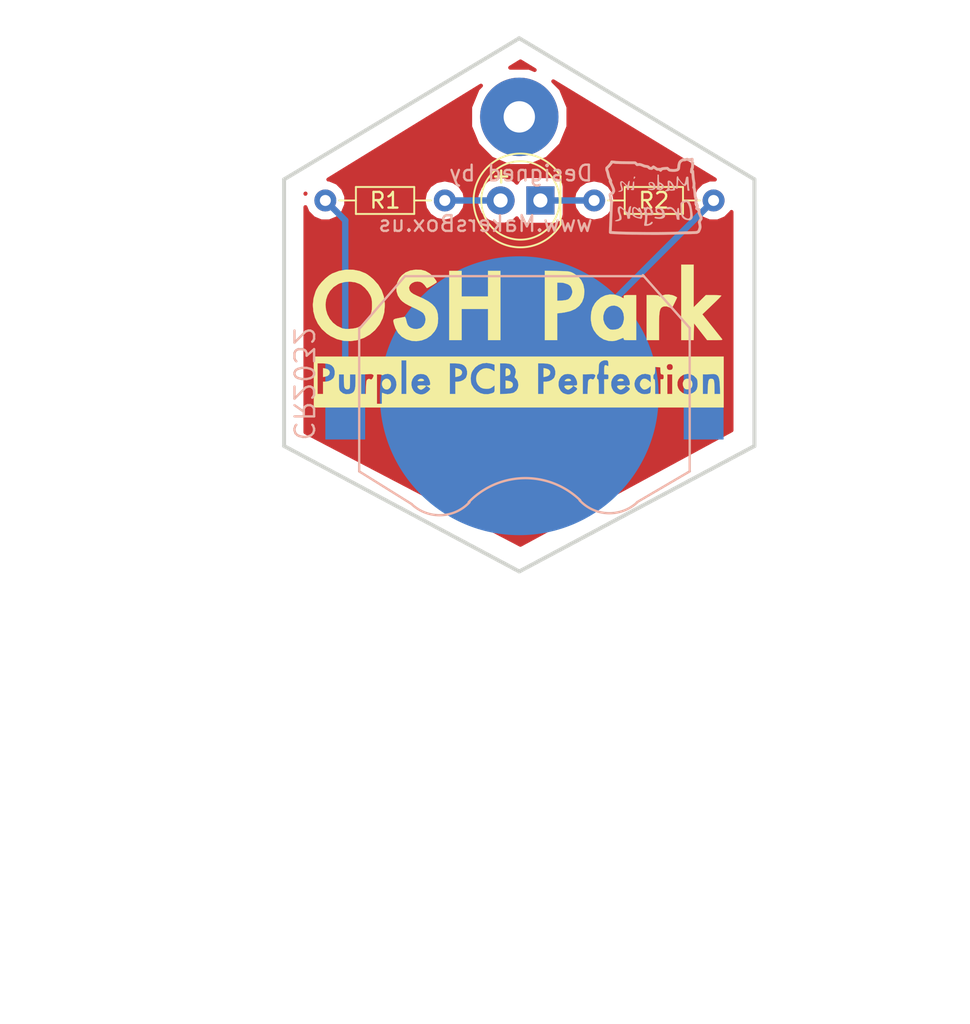
<source format=kicad_pcb>
(kicad_pcb (version 4) (host pcbnew 4.0.7)

  (general
    (links 5)
    (no_connects 1)
    (area 84.872999 82.872999 115.127001 117.127001)
    (thickness 1.6)
    (drawings 14)
    (tracks 6)
    (zones 0)
    (modules 8)
    (nets 5)
  )

  (page USLetter)
  (title_block
    (title "OSH Park Badge")
    (company www.MakersBox.us)
    (comment 1 "K. Olsen")
  )

  (layers
    (0 F.Cu signal)
    (31 B.Cu signal)
    (34 B.Paste user)
    (35 F.Paste user)
    (36 B.SilkS user hide)
    (37 F.SilkS user)
    (38 B.Mask user)
    (39 F.Mask user)
    (40 Dwgs.User user)
    (44 Edge.Cuts user)
  )

  (setup
    (last_trace_width 0.1524)
    (user_trace_width 0.254)
    (user_trace_width 0.3048)
    (user_trace_width 0.4064)
    (user_trace_width 0.6096)
    (user_trace_width 2.032)
    (trace_clearance 0.1524)
    (zone_clearance 0.508)
    (zone_45_only no)
    (trace_min 0.1524)
    (segment_width 0.254)
    (edge_width 0.254)
    (via_size 0.6858)
    (via_drill 0.3302)
    (via_min_size 0.6858)
    (via_min_drill 0.3302)
    (user_via 1 0.5)
    (uvia_size 0.762)
    (uvia_drill 0.508)
    (uvias_allowed no)
    (uvia_min_size 0.508)
    (uvia_min_drill 0.127)
    (pcb_text_width 0.3)
    (pcb_text_size 1.5 1.5)
    (mod_edge_width 0.15)
    (mod_text_size 1 1)
    (mod_text_width 0.15)
    (pad_size 1.8 1.8)
    (pad_drill 0.9)
    (pad_to_mask_clearance 0)
    (aux_axis_origin 0 0)
    (grid_origin 210.82 95.25)
    (visible_elements 7FFFFFFF)
    (pcbplotparams
      (layerselection 0x010f0_80000001)
      (usegerberextensions true)
      (excludeedgelayer true)
      (linewidth 0.100000)
      (plotframeref false)
      (viasonmask false)
      (mode 1)
      (useauxorigin false)
      (hpglpennumber 1)
      (hpglpenspeed 20)
      (hpglpendiameter 15)
      (hpglpenoverlay 2)
      (psnegative false)
      (psa4output false)
      (plotreference true)
      (plotvalue true)
      (plotinvisibletext false)
      (padsonsilk false)
      (subtractmaskfromsilk false)
      (outputformat 1)
      (mirror false)
      (drillshape 0)
      (scaleselection 1)
      (outputdirectory gerbers/))
  )

  (net 0 "")
  (net 1 "Net-(D1-Pad1)")
  (net 2 "Net-(BT1-Pad2)")
  (net 3 "Net-(BT1-Pad1)")
  (net 4 "Net-(D1-Pad2)")

  (net_class Default "This is the default net class."
    (clearance 0.1524)
    (trace_width 0.1524)
    (via_dia 0.6858)
    (via_drill 0.3302)
    (uvia_dia 0.762)
    (uvia_drill 0.508)
    (add_net "Net-(BT1-Pad1)")
    (add_net "Net-(BT1-Pad2)")
    (add_net "Net-(D1-Pad1)")
    (add_net "Net-(D1-Pad2)")
  )

  (module Pin_Headers:Pin_Header_Straight_1x01 (layer F.Cu) (tedit 5ADA5840) (tstamp 5860AB5B)
    (at 99.822 88.265)
    (descr "Through hole pin header")
    (tags "pin header")
    (path /5860AE9A)
    (fp_text reference P1 (at -0.6 -0.5) (layer F.SilkS) hide
      (effects (font (size 0.127 0.127) (thickness 0.03175)))
    )
    (fp_text value CONN_01X01 (at 0 0.9) (layer F.Fab)
      (effects (font (size 0.127 0.127) (thickness 0.03175)))
    )
    (pad "" thru_hole circle (at 0.18 -0.25) (size 5 5) (drill 2) (layers *.Cu B.Mask))
  )

  (module myFootPrints:MadeInOregonRev25 (layer F.Cu) (tedit 0) (tstamp 59A333B2)
    (at 108.585 93.091)
    (fp_text reference VAL (at 0 0) (layer F.SilkS) hide
      (effects (font (size 1.143 1.143) (thickness 0.1778)))
    )
    (fp_text value MadeInOregonRev25 (at 0 0) (layer F.SilkS) hide
      (effects (font (size 1.143 1.143) (thickness 0.1778)))
    )
    (fp_poly (pts (xy -3.09626 -1.76022) (xy -3.09626 -1.72212) (xy -3.09372 -1.69672) (xy -3.09118 -1.67386)
      (xy -3.0861 -1.65608) (xy -3.07594 -1.63576) (xy -3.0734 -1.62814) (xy -3.0607 -1.6002)
      (xy -3.05054 -1.5748) (xy -3.04038 -1.54432) (xy -3.03022 -1.50876) (xy -3.02006 -1.46304)
      (xy -3.00736 -1.4097) (xy -3.00228 -1.39192) (xy -2.98704 -1.31826) (xy -2.96926 -1.2573)
      (xy -2.95402 -1.20396) (xy -2.9337 -1.15824) (xy -2.91338 -1.1176) (xy -2.91338 -1.74752)
      (xy -2.91338 -1.76276) (xy -2.91084 -1.77546) (xy -2.90322 -1.78816) (xy -2.89052 -1.8034)
      (xy -2.86766 -1.82118) (xy -2.8575 -1.83134) (xy -2.82956 -1.8542) (xy -2.80416 -1.8796)
      (xy -2.78638 -1.90246) (xy -2.77876 -1.91008) (xy -2.76606 -1.92786) (xy -2.74574 -1.95326)
      (xy -2.72034 -1.98374) (xy -2.69494 -2.01422) (xy -2.6924 -2.01676) (xy -2.66954 -2.0447)
      (xy -2.64922 -2.0701) (xy -2.63652 -2.08788) (xy -2.6289 -2.09804) (xy -2.6289 -2.10058)
      (xy -2.62382 -2.10566) (xy -2.60604 -2.10566) (xy -2.58064 -2.10566) (xy -2.55016 -2.10058)
      (xy -2.51968 -2.0955) (xy -2.50952 -2.09296) (xy -2.49682 -2.09042) (xy -2.48412 -2.08534)
      (xy -2.46888 -2.08534) (xy -2.4511 -2.0828) (xy -2.4257 -2.08026) (xy -2.39268 -2.07772)
      (xy -2.35458 -2.07772) (xy -2.30632 -2.07518) (xy -2.2479 -2.07518) (xy -2.17678 -2.07264)
      (xy -2.09296 -2.0701) (xy -2.03962 -2.0701) (xy -1.95326 -2.06756) (xy -1.8669 -2.06756)
      (xy -1.78054 -2.06502) (xy -1.69672 -2.06502) (xy -1.61798 -2.06248) (xy -1.54686 -2.06248)
      (xy -1.48336 -2.06248) (xy -1.4351 -2.06248) (xy -1.4224 -2.06248) (xy -1.22936 -2.06248)
      (xy -1.1684 -2.00152) (xy -1.10744 -1.9431) (xy -1.0668 -1.9431) (xy -1.03886 -1.9431)
      (xy -1.0033 -1.94564) (xy -0.97536 -1.95072) (xy -0.94234 -1.95326) (xy -0.91186 -1.95072)
      (xy -0.87884 -1.94564) (xy -0.8382 -1.93548) (xy -0.79248 -1.9177) (xy -0.7366 -1.89484)
      (xy -0.72136 -1.88976) (xy -0.67818 -1.86944) (xy -0.64516 -1.85674) (xy -0.61722 -1.84912)
      (xy -0.59182 -1.84404) (xy -0.56388 -1.83896) (xy -0.5461 -1.83642) (xy -0.50038 -1.83134)
      (xy -0.46482 -1.82626) (xy -0.43688 -1.81864) (xy -0.41656 -1.80848) (xy -0.39624 -1.79578)
      (xy -0.37592 -1.77546) (xy -0.37338 -1.77292) (xy -0.35052 -1.7526) (xy -0.32512 -1.73482)
      (xy -0.30734 -1.72212) (xy -0.30734 -1.72212) (xy -0.28702 -1.71704) (xy -0.25654 -1.71196)
      (xy -0.22098 -1.70434) (xy -0.18288 -1.7018) (xy -0.14986 -1.69672) (xy -0.12446 -1.69672)
      (xy -0.10922 -1.69926) (xy -0.09652 -1.70688) (xy -0.07366 -1.71958) (xy -0.05334 -1.73736)
      (xy -0.03048 -1.75768) (xy -0.01524 -1.7653) (xy -0.00508 -1.76784) (xy 0 -1.7653)
      (xy 0.01016 -1.75768) (xy 0.03048 -1.74498) (xy 0.05842 -1.7272) (xy 0.0889 -1.70688)
      (xy 0.09652 -1.7018) (xy 0.18288 -1.64846) (xy 0.25908 -1.64592) (xy 0.29464 -1.64338)
      (xy 0.3175 -1.64084) (xy 0.3302 -1.6383) (xy 0.34036 -1.63322) (xy 0.34544 -1.6256)
      (xy 0.34798 -1.62052) (xy 0.3683 -1.59766) (xy 0.39624 -1.58242) (xy 0.42672 -1.5748)
      (xy 0.4318 -1.5748) (xy 0.45974 -1.58242) (xy 0.48768 -1.6002) (xy 0.51562 -1.63068)
      (xy 0.52578 -1.64338) (xy 0.53848 -1.65608) (xy 0.5461 -1.66624) (xy 0.55626 -1.67386)
      (xy 0.56896 -1.68148) (xy 0.58928 -1.68402) (xy 0.61468 -1.6891) (xy 0.65278 -1.69418)
      (xy 0.70104 -1.69672) (xy 0.71628 -1.69926) (xy 0.8255 -1.70942) (xy 0.85598 -1.68148)
      (xy 0.89154 -1.64846) (xy 0.9271 -1.62306) (xy 0.95758 -1.60274) (xy 0.96774 -1.59766)
      (xy 0.9906 -1.59258) (xy 1.02362 -1.5875) (xy 1.0668 -1.58242) (xy 1.11252 -1.57734)
      (xy 1.16332 -1.57226) (xy 1.21158 -1.56972) (xy 1.2573 -1.56972) (xy 1.25984 -1.56972)
      (xy 1.3081 -1.56972) (xy 1.35128 -1.5748) (xy 1.39446 -1.57988) (xy 1.44272 -1.59004)
      (xy 1.48844 -1.6002) (xy 1.52146 -1.61036) (xy 1.54686 -1.62306) (xy 1.56972 -1.63576)
      (xy 1.59258 -1.65608) (xy 1.61798 -1.68148) (xy 1.63576 -1.7018) (xy 1.651 -1.72212)
      (xy 1.65862 -1.74498) (xy 1.66624 -1.77292) (xy 1.67386 -1.80848) (xy 1.6764 -1.85166)
      (xy 1.68148 -1.90246) (xy 1.6891 -1.9812) (xy 1.7018 -2.04978) (xy 1.72212 -2.10566)
      (xy 1.74752 -2.15138) (xy 1.75006 -2.15646) (xy 1.77546 -2.18186) (xy 1.81356 -2.2098)
      (xy 1.82626 -2.21742) (xy 1.8542 -2.23012) (xy 1.87706 -2.24028) (xy 1.89484 -2.24282)
      (xy 1.9177 -2.24282) (xy 1.92024 -2.24282) (xy 1.95834 -2.24282) (xy 2.00152 -2.25044)
      (xy 2.032 -2.25806) (xy 2.0701 -2.27076) (xy 2.09804 -2.27584) (xy 2.11582 -2.27838)
      (xy 2.13106 -2.2733) (xy 2.1463 -2.26822) (xy 2.15392 -2.26314) (xy 2.1844 -2.2479)
      (xy 2.22758 -2.24282) (xy 2.27584 -2.2479) (xy 2.29108 -2.25298) (xy 2.31394 -2.25806)
      (xy 2.33426 -2.26314) (xy 2.34188 -2.26314) (xy 2.34188 -2.25806) (xy 2.34442 -2.23774)
      (xy 2.34442 -2.21488) (xy 2.34442 -2.21234) (xy 2.34442 -2.1844) (xy 2.34696 -2.16408)
      (xy 2.35204 -2.1463) (xy 2.36474 -2.12852) (xy 2.3876 -2.0955) (xy 2.37998 -1.97612)
      (xy 2.37744 -1.9304) (xy 2.37236 -1.89738) (xy 2.36982 -1.87198) (xy 2.36474 -1.8542)
      (xy 2.35966 -1.83896) (xy 2.35204 -1.82372) (xy 2.34696 -1.8161) (xy 2.33172 -1.78562)
      (xy 2.3241 -1.75768) (xy 2.3241 -1.73736) (xy 2.32156 -1.70942) (xy 2.31902 -1.68656)
      (xy 2.31648 -1.67894) (xy 2.31394 -1.66116) (xy 2.30886 -1.63576) (xy 2.30886 -1.60274)
      (xy 2.30886 -1.59004) (xy 2.30886 -1.55702) (xy 2.30886 -1.5367) (xy 2.31394 -1.52146)
      (xy 2.32156 -1.5113) (xy 2.33172 -1.4986) (xy 2.33426 -1.49606) (xy 2.35458 -1.48082)
      (xy 2.3749 -1.4732) (xy 2.37744 -1.47066) (xy 2.3876 -1.47066) (xy 2.39268 -1.46558)
      (xy 2.39776 -1.45034) (xy 2.4003 -1.42494) (xy 2.40284 -1.39192) (xy 2.40538 -1.35382)
      (xy 2.40538 -1.33096) (xy 2.40792 -1.28778) (xy 2.413 -1.2319) (xy 2.42062 -1.16078)
      (xy 2.43332 -1.07442) (xy 2.4511 -0.97536) (xy 2.4511 -0.96774) (xy 2.45872 -0.92456)
      (xy 2.4638 -0.88392) (xy 2.46888 -0.85344) (xy 2.47142 -0.83058) (xy 2.47396 -0.82296)
      (xy 2.47396 -0.81026) (xy 2.47142 -0.7874) (xy 2.47142 -0.75692) (xy 2.46888 -0.72644)
      (xy 2.46888 -0.69342) (xy 2.46634 -0.66294) (xy 2.4638 -0.64262) (xy 2.46126 -0.635)
      (xy 2.4511 -0.6096) (xy 2.44856 -0.57912) (xy 2.4511 -0.54864) (xy 2.46126 -0.52324)
      (xy 2.4765 -0.51054) (xy 2.48412 -0.49784) (xy 2.49174 -0.47244) (xy 2.5019 -0.4318)
      (xy 2.50952 -0.37592) (xy 2.51968 -0.30734) (xy 2.5273 -0.2286) (xy 2.53238 -0.16764)
      (xy 2.53746 -0.1143) (xy 2.54254 -0.0635) (xy 2.54762 -0.02032) (xy 2.5527 0.01524)
      (xy 2.55524 0.04064) (xy 2.55778 0.05334) (xy 2.56794 0.07366) (xy 2.5781 0.1016)
      (xy 2.58826 0.127) (xy 2.59588 0.14732) (xy 2.6035 0.16256) (xy 2.60604 0.18034)
      (xy 2.60858 0.20066) (xy 2.60858 0.22606) (xy 2.60604 0.25908) (xy 2.6035 0.3048)
      (xy 2.6035 0.32512) (xy 2.60096 0.37084) (xy 2.60096 0.4064) (xy 2.60604 0.43434)
      (xy 2.61366 0.45974) (xy 2.62636 0.48768) (xy 2.64668 0.5207) (xy 2.66446 0.5588)
      (xy 2.67462 0.58674) (xy 2.6797 0.61468) (xy 2.67462 0.64262) (xy 2.66446 0.68072)
      (xy 2.65938 0.69088) (xy 2.64668 0.72898) (xy 2.63906 0.75946) (xy 2.63906 0.77978)
      (xy 2.6416 0.79756) (xy 2.64922 0.8128) (xy 2.64922 0.81534) (xy 2.66446 0.83058)
      (xy 2.68986 0.84836) (xy 2.72034 0.86614) (xy 2.75336 0.87884) (xy 2.77368 0.88646)
      (xy 2.794 0.89154) (xy 2.794 0.98044) (xy 2.794 1.07188) (xy 2.82448 1.13538)
      (xy 2.8575 1.20396) (xy 2.8829 1.26238) (xy 2.90322 1.31064) (xy 2.91592 1.3462)
      (xy 2.921 1.36652) (xy 2.92354 1.3843) (xy 2.92354 1.39954) (xy 2.91592 1.41478)
      (xy 2.90068 1.4351) (xy 2.90068 1.43764) (xy 2.87274 1.47828) (xy 2.84988 1.51638)
      (xy 2.8321 1.5621) (xy 2.82448 1.59004) (xy 2.80924 1.64338) (xy 2.8321 1.74244)
      (xy 2.84734 1.80848) (xy 2.85496 1.86182) (xy 2.86004 1.90754) (xy 2.86004 1.94818)
      (xy 2.85242 1.98628) (xy 2.84226 2.02438) (xy 2.84226 2.02438) (xy 2.82702 2.06756)
      (xy 2.81432 2.10566) (xy 2.79908 2.13868) (xy 2.78892 2.16154) (xy 2.77876 2.1717)
      (xy 2.77876 2.17424) (xy 2.7686 2.17678) (xy 2.74828 2.1844) (xy 2.74066 2.18948)
      (xy 2.7178 2.1971) (xy 2.68224 2.20472) (xy 2.63398 2.2098) (xy 2.57302 2.21234)
      (xy 2.49682 2.21488) (xy 2.40792 2.21742) (xy 2.30632 2.21742) (xy 2.29616 2.21742)
      (xy 2.24028 2.21996) (xy 2.17424 2.21996) (xy 2.10058 2.2225) (xy 2.02184 2.2225)
      (xy 1.9431 2.22504) (xy 1.86944 2.23012) (xy 1.84912 2.23012) (xy 1.6129 2.23774)
      (xy 1.38684 2.2479) (xy 1.16332 2.25298) (xy 0.9398 2.25806) (xy 0.71882 2.26314)
      (xy 0.4953 2.26568) (xy 0.26924 2.26822) (xy 0.03556 2.26822) (xy -0.2032 2.26822)
      (xy -0.45466 2.26822) (xy -0.71628 2.26568) (xy -0.84836 2.26314) (xy -1.03378 2.2606)
      (xy -1.20396 2.25806) (xy -1.36144 2.25552) (xy -1.50622 2.25298) (xy -1.64084 2.25044)
      (xy -1.7653 2.2479) (xy -1.88214 2.24536) (xy -1.98882 2.24282) (xy -2.08788 2.23774)
      (xy -2.17932 2.2352) (xy -2.26822 2.23266) (xy -2.35204 2.22758) (xy -2.39776 2.22504)
      (xy -2.46126 2.2225) (xy -2.51968 2.21742) (xy -2.57302 2.21488) (xy -2.61874 2.21234)
      (xy -2.65176 2.2098) (xy -2.67462 2.2098) (xy -2.68732 2.2098) (xy -2.68732 2.2098)
      (xy -2.68732 2.20218) (xy -2.68478 2.17932) (xy -2.68478 2.1463) (xy -2.68224 2.09804)
      (xy -2.6797 2.03962) (xy -2.67716 1.97104) (xy -2.67208 1.8923) (xy -2.66954 1.80594)
      (xy -2.66446 1.70942) (xy -2.65938 1.60782) (xy -2.65684 1.50114) (xy -2.65176 1.38684)
      (xy -2.64414 1.27) (xy -2.64414 1.25476) (xy -2.63906 1.11506) (xy -2.63398 0.98806)
      (xy -2.6289 0.87376) (xy -2.62382 0.77216) (xy -2.61874 0.68326) (xy -2.6162 0.60452)
      (xy -2.61366 0.53848) (xy -2.61112 0.47752) (xy -2.61112 0.42926) (xy -2.61112 0.38608)
      (xy -2.61112 0.35306) (xy -2.61112 0.32258) (xy -2.61112 0.29972) (xy -2.61366 0.28194)
      (xy -2.6162 0.2667) (xy -2.61874 0.25654) (xy -2.62128 0.24638) (xy -2.62636 0.23876)
      (xy -2.63144 0.23368) (xy -2.63652 0.22606) (xy -2.6416 0.21844) (xy -2.6543 0.2032)
      (xy -2.66192 0.18796) (xy -2.66446 0.17272) (xy -2.66192 0.14732) (xy -2.66192 0.13716)
      (xy -2.66192 0.1016) (xy -2.66446 0.06858) (xy -2.67462 0.02794) (xy -2.67462 0.0254)
      (xy -2.68732 -0.01778) (xy -2.69494 -0.04826) (xy -2.69748 -0.07112) (xy -2.69748 -0.08382)
      (xy -2.69494 -0.09398) (xy -2.68732 -0.09906) (xy -2.68732 -0.1016) (xy -2.66954 -0.10668)
      (xy -2.64668 -0.1143) (xy -2.63652 -0.1143) (xy -2.60858 -0.12192) (xy -2.58572 -0.13208)
      (xy -2.5654 -0.14732) (xy -2.54762 -0.17018) (xy -2.52476 -0.20574) (xy -2.50698 -0.2413)
      (xy -2.4638 -0.3302) (xy -2.47142 -0.40894) (xy -2.4765 -0.43942) (xy -2.48158 -0.46736)
      (xy -2.4892 -0.49276) (xy -2.49682 -0.5207) (xy -2.50952 -0.55626) (xy -2.52984 -0.59944)
      (xy -2.53492 -0.61214) (xy -2.55524 -0.66294) (xy -2.5781 -0.71374) (xy -2.60096 -0.76708)
      (xy -2.62128 -0.8128) (xy -2.63144 -0.83058) (xy -2.64668 -0.86868) (xy -2.65938 -0.89662)
      (xy -2.667 -0.91694) (xy -2.66954 -0.92964) (xy -2.667 -0.9398) (xy -2.667 -0.94996)
      (xy -2.65938 -0.97536) (xy -2.65938 -1.00584) (xy -2.66954 -1.03886) (xy -2.68732 -1.0795)
      (xy -2.71272 -1.12776) (xy -2.71526 -1.1303) (xy -2.73812 -1.17094) (xy -2.75844 -1.2065)
      (xy -2.77368 -1.23698) (xy -2.78384 -1.26746) (xy -2.79654 -1.30048) (xy -2.8067 -1.34112)
      (xy -2.81686 -1.38684) (xy -2.82702 -1.43256) (xy -2.84226 -1.49606) (xy -2.85496 -1.54686)
      (xy -2.86512 -1.5875) (xy -2.87528 -1.62052) (xy -2.88544 -1.64846) (xy -2.89306 -1.67132)
      (xy -2.90068 -1.68148) (xy -2.9083 -1.70942) (xy -2.91338 -1.7399) (xy -2.91338 -1.74752)
      (xy -2.91338 -1.1176) (xy -2.91084 -1.11506) (xy -2.90576 -1.09982) (xy -2.88798 -1.07188)
      (xy -2.87782 -1.04902) (xy -2.87274 -1.03632) (xy -2.87274 -1.02616) (xy -2.87782 -1.016)
      (xy -2.88036 -0.99822) (xy -2.8829 -0.98044) (xy -2.87782 -0.95758) (xy -2.8702 -0.92964)
      (xy -2.85496 -0.89408) (xy -2.83464 -0.84582) (xy -2.8194 -0.81534) (xy -2.78384 -0.73406)
      (xy -2.74828 -0.65786) (xy -2.72034 -0.58928) (xy -2.69494 -0.52832) (xy -2.67462 -0.47752)
      (xy -2.66192 -0.43688) (xy -2.6543 -0.40894) (xy -2.6543 -0.4064) (xy -2.64922 -0.37846)
      (xy -2.65176 -0.36068) (xy -2.65684 -0.34036) (xy -2.66446 -0.32766) (xy -2.67462 -0.30734)
      (xy -2.68732 -0.29464) (xy -2.70256 -0.28702) (xy -2.72542 -0.28194) (xy -2.73812 -0.2794)
      (xy -2.75336 -0.27686) (xy -2.77114 -0.2667) (xy -2.78892 -0.25146) (xy -2.81686 -0.22606)
      (xy -2.82448 -0.2159) (xy -2.84988 -0.1905) (xy -2.86766 -0.17272) (xy -2.87782 -0.16002)
      (xy -2.8829 -0.14732) (xy -2.8829 -0.13208) (xy -2.8829 -0.12192) (xy -2.88036 -0.06858)
      (xy -2.86766 -0.00762) (xy -2.85242 0.05588) (xy -2.8448 0.08382) (xy -2.84226 0.10668)
      (xy -2.84226 0.12954) (xy -2.8448 0.16002) (xy -2.84734 0.1651) (xy -2.84988 0.19812)
      (xy -2.84988 0.22606) (xy -2.84226 0.24892) (xy -2.82448 0.27686) (xy -2.8067 0.29972)
      (xy -2.78384 0.32766) (xy -2.82702 1.3081) (xy -2.8321 1.42748) (xy -2.83718 1.54432)
      (xy -2.84226 1.65608) (xy -2.84734 1.76276) (xy -2.84988 1.86182) (xy -2.85496 1.95326)
      (xy -2.8575 2.03708) (xy -2.86004 2.11074) (xy -2.86258 2.17424) (xy -2.86512 2.22758)
      (xy -2.86512 2.26822) (xy -2.86512 2.29616) (xy -2.86512 2.3114) (xy -2.86512 2.3114)
      (xy -2.85496 2.3368) (xy -2.83464 2.35966) (xy -2.81178 2.3749) (xy -2.8067 2.37744)
      (xy -2.794 2.37998) (xy -2.76606 2.38252) (xy -2.72796 2.38506) (xy -2.6797 2.39014)
      (xy -2.62128 2.39268) (xy -2.55778 2.39776) (xy -2.48412 2.4003) (xy -2.40792 2.40538)
      (xy -2.32664 2.40792) (xy -2.24536 2.413) (xy -2.16154 2.41554) (xy -2.08026 2.41808)
      (xy -1.99898 2.42062) (xy -1.92278 2.42316) (xy -1.85166 2.4257) (xy -1.80848 2.42824)
      (xy -1.74752 2.42824) (xy -1.67386 2.43078) (xy -1.59004 2.43078) (xy -1.4986 2.43332)
      (xy -1.397 2.43586) (xy -1.29032 2.43586) (xy -1.1811 2.4384) (xy -1.0668 2.4384)
      (xy -0.95504 2.44094) (xy -0.84582 2.44348) (xy -0.80264 2.44348) (xy -0.70104 2.44348)
      (xy -0.59944 2.44602) (xy -0.50038 2.44602) (xy -0.40386 2.44856) (xy -0.31496 2.44856)
      (xy -0.23114 2.44856) (xy -0.15748 2.4511) (xy -0.09398 2.4511) (xy -0.04064 2.4511)
      (xy 0 2.4511) (xy 0.02286 2.4511) (xy 0.05842 2.4511) (xy 0.10922 2.4511)
      (xy 0.17018 2.4511) (xy 0.2413 2.4511) (xy 0.3175 2.4511) (xy 0.39878 2.44856)
      (xy 0.4826 2.44856) (xy 0.56642 2.44602) (xy 0.60198 2.44602) (xy 0.75692 2.44348)
      (xy 0.90678 2.4384) (xy 1.0541 2.43586) (xy 1.1938 2.43078) (xy 1.32588 2.42824)
      (xy 1.45034 2.42316) (xy 1.56464 2.42062) (xy 1.66624 2.41808) (xy 1.7526 2.413)
      (xy 1.77038 2.413) (xy 1.82626 2.41046) (xy 1.8923 2.40792) (xy 1.96342 2.40792)
      (xy 2.03454 2.40538) (xy 2.10312 2.40538) (xy 2.12852 2.40538) (xy 2.19456 2.40538)
      (xy 2.26822 2.40284) (xy 2.3495 2.40284) (xy 2.42824 2.39776) (xy 2.50444 2.39522)
      (xy 2.54254 2.39522) (xy 2.75844 2.38252) (xy 2.82956 2.3495) (xy 2.86258 2.33172)
      (xy 2.88798 2.31902) (xy 2.90576 2.30632) (xy 2.91084 2.30124) (xy 2.92608 2.28092)
      (xy 2.94132 2.25044) (xy 2.96164 2.2098) (xy 2.97942 2.16662) (xy 2.9972 2.12344)
      (xy 3.01244 2.08534) (xy 3.02514 2.0447) (xy 3.03276 2.01168) (xy 3.03784 1.98628)
      (xy 3.04038 1.9558) (xy 3.04038 1.93548) (xy 3.0353 1.86182) (xy 3.0226 1.778)
      (xy 3.00736 1.70434) (xy 2.99974 1.66878) (xy 2.99974 1.64084) (xy 3.00736 1.61036)
      (xy 3.0226 1.57734) (xy 3.04546 1.53924) (xy 3.0607 1.52146) (xy 3.08356 1.4859)
      (xy 3.0988 1.4605) (xy 3.10642 1.4351) (xy 3.10896 1.4097) (xy 3.10642 1.37668)
      (xy 3.0988 1.33858) (xy 3.09118 1.3081) (xy 3.07848 1.26746) (xy 3.0607 1.22174)
      (xy 3.04038 1.1684) (xy 3.01498 1.1176) (xy 2.99466 1.07442) (xy 2.98704 1.05664)
      (xy 2.97942 1.0414) (xy 2.97688 1.02362) (xy 2.97434 1.0033) (xy 2.97434 0.97282)
      (xy 2.97434 0.93218) (xy 2.97434 0.9271) (xy 2.9718 0.87884) (xy 2.96926 0.8382)
      (xy 2.96418 0.81026) (xy 2.95148 0.7874) (xy 2.9337 0.76708) (xy 2.90576 0.7493)
      (xy 2.86766 0.72898) (xy 2.84734 0.71882) (xy 2.84734 0.7112) (xy 2.84988 0.69342)
      (xy 2.85496 0.66802) (xy 2.8575 0.6604) (xy 2.86258 0.61468) (xy 2.86258 0.5842)
      (xy 2.86258 0.57658) (xy 2.84988 0.5334) (xy 2.82956 0.48768) (xy 2.8067 0.44196)
      (xy 2.79908 0.42926) (xy 2.79146 0.41656) (xy 2.78638 0.40386) (xy 2.7813 0.38862)
      (xy 2.7813 0.37084) (xy 2.7813 0.34798) (xy 2.7813 0.3175) (xy 2.78638 0.27432)
      (xy 2.79146 0.22098) (xy 2.79146 0.21844) (xy 2.79146 0.19304) (xy 2.79146 0.16764)
      (xy 2.78384 0.1397) (xy 2.77622 0.11176) (xy 2.76352 0.07874) (xy 2.75336 0.04826)
      (xy 2.7432 0.0254) (xy 2.74066 0.02032) (xy 2.73558 0.00762) (xy 2.7305 -0.0127)
      (xy 2.72796 -0.04064) (xy 2.72288 -0.07874) (xy 2.7178 -0.12954) (xy 2.71272 -0.1905)
      (xy 2.7051 -0.25908) (xy 2.69748 -0.32512) (xy 2.68986 -0.38862) (xy 2.6797 -0.44958)
      (xy 2.67208 -0.50292) (xy 2.66446 -0.5461) (xy 2.6543 -0.57658) (xy 2.65176 -0.58674)
      (xy 2.65176 -0.60452) (xy 2.6543 -0.6223) (xy 2.65684 -0.6477) (xy 2.65176 -0.68326)
      (xy 2.65176 -0.68326) (xy 2.64668 -0.71628) (xy 2.64922 -0.75184) (xy 2.65176 -0.76962)
      (xy 2.6543 -0.79248) (xy 2.65684 -0.8128) (xy 2.6543 -0.83566) (xy 2.65176 -0.8636)
      (xy 2.64414 -0.90424) (xy 2.6416 -0.91948) (xy 2.62382 -1.01346) (xy 2.61112 -1.09982)
      (xy 2.60096 -1.1811) (xy 2.59334 -1.26238) (xy 2.58572 -1.35128) (xy 2.58064 -1.42748)
      (xy 2.5781 -1.49352) (xy 2.57302 -1.54432) (xy 2.57048 -1.58496) (xy 2.5654 -1.61544)
      (xy 2.56286 -1.6383) (xy 2.55524 -1.65608) (xy 2.54762 -1.66878) (xy 2.53746 -1.6764)
      (xy 2.52984 -1.68402) (xy 2.51714 -1.69418) (xy 2.51206 -1.70688) (xy 2.5146 -1.72466)
      (xy 2.52222 -1.75006) (xy 2.53238 -1.77546) (xy 2.53238 -1.77546) (xy 2.54 -1.78816)
      (xy 2.54254 -1.79832) (xy 2.54762 -1.81102) (xy 2.55016 -1.8288) (xy 2.5527 -1.85166)
      (xy 2.55524 -1.88214) (xy 2.55778 -1.92532) (xy 2.56286 -1.97866) (xy 2.56286 -2.0066)
      (xy 2.57302 -2.159) (xy 2.54762 -2.18948) (xy 2.52222 -2.21996) (xy 2.52984 -2.29616)
      (xy 2.53238 -2.34442) (xy 2.53238 -2.37998) (xy 2.52984 -2.40538) (xy 2.51968 -2.4257)
      (xy 2.50698 -2.44094) (xy 2.50444 -2.44348) (xy 2.4892 -2.45618) (xy 2.47142 -2.46126)
      (xy 2.44856 -2.4638) (xy 2.42062 -2.4638) (xy 2.38252 -2.45618) (xy 2.33172 -2.44602)
      (xy 2.32664 -2.44348) (xy 2.2352 -2.42316) (xy 2.19964 -2.44348) (xy 2.17424 -2.45618)
      (xy 2.15138 -2.4638) (xy 2.12344 -2.4638) (xy 2.09296 -2.45872) (xy 2.04978 -2.4511)
      (xy 2.0193 -2.44348) (xy 1.98374 -2.43332) (xy 1.9558 -2.4257) (xy 1.93802 -2.42316)
      (xy 1.92024 -2.4257) (xy 1.90754 -2.42824) (xy 1.88722 -2.43078) (xy 1.86944 -2.43078)
      (xy 1.84912 -2.42824) (xy 1.82372 -2.41808) (xy 1.79324 -2.40284) (xy 1.76022 -2.38506)
      (xy 1.71958 -2.3622) (xy 1.6891 -2.34442) (xy 1.66624 -2.32664) (xy 1.64846 -2.3114)
      (xy 1.63068 -2.29362) (xy 1.6129 -2.27076) (xy 1.59258 -2.2479) (xy 1.57734 -2.22504)
      (xy 1.56718 -2.20472) (xy 1.55702 -2.17932) (xy 1.54432 -2.1463) (xy 1.53162 -2.10312)
      (xy 1.52908 -2.09296) (xy 1.51638 -2.0447) (xy 1.50876 -2.00406) (xy 1.50368 -1.96596)
      (xy 1.4986 -1.92278) (xy 1.4986 -1.90754) (xy 1.49606 -1.86182) (xy 1.49352 -1.8288)
      (xy 1.4859 -1.80594) (xy 1.4732 -1.7907) (xy 1.45288 -1.778) (xy 1.4224 -1.77038)
      (xy 1.39446 -1.76276) (xy 1.3335 -1.7526) (xy 1.26238 -1.74752) (xy 1.18364 -1.75006)
      (xy 1.10998 -1.75768) (xy 1.03124 -1.7653) (xy 0.9652 -1.82372) (xy 0.9398 -1.84912)
      (xy 0.9144 -1.8669) (xy 0.89408 -1.88214) (xy 0.88392 -1.88722) (xy 0.86868 -1.88722)
      (xy 0.84328 -1.88722) (xy 0.80518 -1.88722) (xy 0.762 -1.88214) (xy 0.7112 -1.8796)
      (xy 0.6604 -1.87452) (xy 0.6096 -1.86944) (xy 0.56642 -1.86436) (xy 0.52324 -1.85674)
      (xy 0.49276 -1.85166) (xy 0.47244 -1.8415) (xy 0.45974 -1.83642) (xy 0.44958 -1.8288)
      (xy 0.43942 -1.82372) (xy 0.42418 -1.82118) (xy 0.40386 -1.82118) (xy 0.37592 -1.82118)
      (xy 0.33782 -1.82118) (xy 0.23622 -1.82372) (xy 0.13208 -1.8923) (xy 0.09398 -1.9177)
      (xy 0.06096 -1.93802) (xy 0.03302 -1.9558) (xy 0.0127 -1.96596) (xy 0.00508 -1.97104)
      (xy -0.02286 -1.97866) (xy -0.04826 -1.97358) (xy -0.07874 -1.95834) (xy -0.1143 -1.92786)
      (xy -0.11684 -1.92532) (xy -0.1397 -1.905) (xy -0.15748 -1.8923) (xy -0.17272 -1.88468)
      (xy -0.18796 -1.88214) (xy -0.19304 -1.88214) (xy -0.21082 -1.88468) (xy -0.22352 -1.88722)
      (xy -0.2413 -1.89992) (xy -0.26162 -1.9177) (xy -0.27178 -1.92786) (xy -0.30226 -1.95326)
      (xy -0.33528 -1.97358) (xy -0.37338 -1.98882) (xy -0.41656 -1.99898) (xy -0.47244 -2.00914)
      (xy -0.50038 -2.01168) (xy -0.53848 -2.01676) (xy -0.56896 -2.02438) (xy -0.59944 -2.03454)
      (xy -0.635 -2.04724) (xy -0.66548 -2.05994) (xy -0.70866 -2.07772) (xy -0.75692 -2.0955)
      (xy -0.80264 -2.11074) (xy -0.83058 -2.11836) (xy -0.86868 -2.12598) (xy -0.89662 -2.1336)
      (xy -0.91948 -2.1336) (xy -0.94234 -2.1336) (xy -0.97282 -2.13106) (xy -1.03378 -2.12344)
      (xy -1.0922 -2.17678) (xy -1.12776 -2.2098) (xy -1.1557 -2.23012) (xy -1.17348 -2.2352)
      (xy -1.18618 -2.23774) (xy -1.21412 -2.23774) (xy -1.24968 -2.24028) (xy -1.2954 -2.24028)
      (xy -1.3462 -2.24028) (xy -1.40208 -2.24028) (xy -1.40462 -2.24028) (xy -1.48844 -2.24028)
      (xy -1.57734 -2.24282) (xy -1.66878 -2.24282) (xy -1.76022 -2.24282) (xy -1.85166 -2.24536)
      (xy -1.94056 -2.2479) (xy -2.02438 -2.2479) (xy -2.10566 -2.25044) (xy -2.18186 -2.25298)
      (xy -2.25044 -2.25552) (xy -2.30886 -2.25806) (xy -2.35966 -2.2606) (xy -2.39776 -2.26314)
      (xy -2.42316 -2.26568) (xy -2.43586 -2.26822) (xy -2.45364 -2.27076) (xy -2.48666 -2.27584)
      (xy -2.52476 -2.28092) (xy -2.5654 -2.28346) (xy -2.58572 -2.286) (xy -2.63144 -2.28854)
      (xy -2.66446 -2.29108) (xy -2.68732 -2.29108) (xy -2.7051 -2.29108) (xy -2.7178 -2.28854)
      (xy -2.72796 -2.28346) (xy -2.7305 -2.28092) (xy -2.7559 -2.2606) (xy -2.77876 -2.22758)
      (xy -2.78892 -2.19202) (xy -2.79654 -2.17678) (xy -2.81178 -2.15392) (xy -2.8321 -2.13106)
      (xy -2.83718 -2.12344) (xy -2.86258 -2.09296) (xy -2.88544 -2.06502) (xy -2.90576 -2.04216)
      (xy -2.9083 -2.03708) (xy -2.92354 -2.0193) (xy -2.94894 -1.9939) (xy -2.97688 -1.96596)
      (xy -3.00482 -1.93802) (xy -3.03276 -1.91262) (xy -3.05816 -1.88976) (xy -3.07594 -1.87198)
      (xy -3.0861 -1.85928) (xy -3.0861 -1.85928) (xy -3.09118 -1.8415) (xy -3.09626 -1.81102)
      (xy -3.09626 -1.77038) (xy -3.09626 -1.76022) (xy -3.09626 -1.76022)) (layer B.SilkS) (width 0.00254))
    (fp_poly (pts (xy -0.67056 0.70358) (xy -0.67056 0.72136) (xy -0.66802 0.72644) (xy -0.66548 0.74676)
      (xy -0.65532 0.7747) (xy -0.64262 0.80772) (xy -0.63246 0.83312) (xy -0.61468 0.8763)
      (xy -0.60198 0.90932) (xy -0.59436 0.93218) (xy -0.59182 0.94996) (xy -0.5969 0.9652)
      (xy -0.60198 0.9779) (xy -0.61722 0.99568) (xy -0.63246 1.01092) (xy -0.64516 1.02362)
      (xy -0.6477 1.03632) (xy -0.64262 1.05156) (xy -0.62484 1.07188) (xy -0.6223 1.07696)
      (xy -0.59944 1.10236) (xy -0.5842 1.12522) (xy -0.57404 1.14554) (xy -0.56896 1.17348)
      (xy -0.56388 1.2065) (xy -0.56134 1.24968) (xy -0.56134 1.26238) (xy -0.56134 1.31572)
      (xy -0.56134 1.36652) (xy -0.56642 1.41986) (xy -0.5715 1.47828) (xy -0.58166 1.54686)
      (xy -0.59182 1.62306) (xy -0.59944 1.66116) (xy -0.60706 1.71704) (xy -0.61468 1.76022)
      (xy -0.61722 1.79324) (xy -0.61976 1.8161) (xy -0.61722 1.83388) (xy -0.61468 1.84658)
      (xy -0.6096 1.85674) (xy -0.6096 1.85928) (xy -0.60198 1.8669) (xy -0.59436 1.86944)
      (xy -0.58166 1.87198) (xy -0.56134 1.87452) (xy -0.53086 1.87452) (xy -0.51308 1.87452)
      (xy -0.47752 1.87452) (xy -0.45974 1.87198) (xy -0.45974 0.94234) (xy -0.45212 0.89662)
      (xy -0.43688 0.85344) (xy -0.41402 0.81788) (xy -0.40894 0.81026) (xy -0.38354 0.79502)
      (xy -0.35306 0.79248) (xy -0.32258 0.8001) (xy -0.2921 0.81788) (xy -0.26162 0.84582)
      (xy -0.23622 0.87884) (xy -0.21844 0.91948) (xy -0.21336 0.92964) (xy -0.20828 0.9525)
      (xy -0.2032 0.98044) (xy -0.19812 1.01092) (xy -0.19304 1.0414) (xy -0.1905 1.06934)
      (xy -0.18796 1.08712) (xy -0.1905 1.09728) (xy -0.20066 1.09982) (xy -0.22098 1.1049)
      (xy -0.24892 1.10998) (xy -0.2794 1.11252) (xy -0.30734 1.11506) (xy -0.3302 1.1176)
      (xy -0.34036 1.1176) (xy -0.36322 1.10998) (xy -0.38862 1.09474) (xy -0.39878 1.08458)
      (xy -0.4191 1.06172) (xy -0.43688 1.03886) (xy -0.44196 1.02616) (xy -0.4572 0.98806)
      (xy -0.45974 0.94234) (xy -0.45974 1.87198) (xy -0.4445 1.87198) (xy -0.42164 1.87198)
      (xy -0.41148 1.86944) (xy -0.37338 1.86182) (xy -0.3302 1.85166) (xy -0.28448 1.83642)
      (xy -0.24384 1.82372) (xy -0.21336 1.80848) (xy -0.20828 1.80848) (xy -0.17018 1.78562)
      (xy -0.13462 1.75768) (xy -0.10414 1.7272) (xy -0.08382 1.69926) (xy -0.07112 1.67386)
      (xy -0.07112 1.651) (xy -0.07112 1.651) (xy -0.08382 1.63068) (xy -0.10414 1.6129)
      (xy -0.12446 1.60528) (xy -0.12446 1.60528) (xy -0.1397 1.6129) (xy -0.16256 1.62814)
      (xy -0.19558 1.65608) (xy -0.20066 1.65862) (xy -0.24384 1.69672) (xy -0.28702 1.72466)
      (xy -0.3302 1.74498) (xy -0.37084 1.75768) (xy -0.40386 1.76276) (xy -0.4318 1.75514)
      (xy -0.43942 1.75006) (xy -0.44958 1.74244) (xy -0.45212 1.73482) (xy -0.45212 1.71958)
      (xy -0.44704 1.69672) (xy -0.4445 1.69418) (xy -0.44196 1.67386) (xy -0.43688 1.64338)
      (xy -0.4318 1.60274) (xy -0.42926 1.55194) (xy -0.42418 1.4859) (xy -0.4191 1.4097)
      (xy -0.41402 1.31826) (xy -0.41148 1.29286) (xy -0.4064 1.20142) (xy -0.27178 1.20142)
      (xy -0.21336 1.20142) (xy -0.17018 1.20142) (xy -0.13462 1.19888) (xy -0.10668 1.19126)
      (xy -0.08636 1.18364) (xy -0.06858 1.1684) (xy -0.0508 1.15316) (xy -0.04572 1.14808)
      (xy -0.03048 1.12776) (xy -0.0254 1.11506) (xy -0.0254 1.09474) (xy -0.02794 1.08458)
      (xy -0.04318 0.99822) (xy -0.06858 0.92202) (xy -0.1016 0.85598) (xy -0.14224 0.8001)
      (xy -0.1524 0.78994) (xy -0.18796 0.75692) (xy -0.22352 0.73406) (xy -0.26416 0.71374)
      (xy -0.29718 0.70104) (xy -0.3302 0.68834) (xy -0.36322 0.6731) (xy -0.37846 0.66548)
      (xy -0.4191 0.64262) (xy -0.44704 0.66548) (xy -0.4699 0.68326) (xy -0.49022 0.69596)
      (xy -0.51308 0.6985) (xy -0.54102 0.69596) (xy -0.57404 0.69088) (xy -0.60706 0.68326)
      (xy -0.62992 0.68326) (xy -0.64516 0.68326) (xy -0.65532 0.6858) (xy -0.66802 0.69342)
      (xy -0.67056 0.70358) (xy -0.67056 0.70358)) (layer B.SilkS) (width 0.00254))
    (fp_poly (pts (xy -2.47904 1.55448) (xy -2.47142 1.56464) (xy -2.47142 1.56718) (xy -2.45364 1.5748)
      (xy -2.4257 1.57988) (xy -2.39014 1.58242) (xy -2.3495 1.57988) (xy -2.30886 1.57734)
      (xy -2.29108 1.57226) (xy -2.24536 1.5621) (xy -2.1971 1.54686) (xy -2.15392 1.52654)
      (xy -2.11836 1.50622) (xy -2.0955 1.49098) (xy -2.08026 1.47828) (xy -2.07264 1.46558)
      (xy -2.06756 1.44526) (xy -2.06248 1.41986) (xy -2.05994 1.41224) (xy -2.0574 1.35636)
      (xy -2.06248 1.30048) (xy -2.07518 1.23698) (xy -2.09804 1.16586) (xy -2.10312 1.14808)
      (xy -2.13106 1.0668) (xy -2.15138 0.99568) (xy -2.16408 0.93218) (xy -2.16916 0.87376)
      (xy -2.16916 0.86614) (xy -2.16662 0.81788) (xy -2.159 0.77978) (xy -2.1463 0.75692)
      (xy -2.12598 0.74676) (xy -2.10058 0.75184) (xy -2.0955 0.75184) (xy -2.07772 0.76454)
      (xy -2.04978 0.78486) (xy -2.0193 0.81026) (xy -1.98628 0.8382) (xy -1.95326 0.86868)
      (xy -1.92278 0.89662) (xy -1.91516 0.90678) (xy -1.8415 0.99314) (xy -1.78308 1.08458)
      (xy -1.73736 1.17602) (xy -1.70688 1.27) (xy -1.69672 1.3335) (xy -1.69164 1.36398)
      (xy -1.68402 1.39192) (xy -1.6764 1.4097) (xy -1.6764 1.4097) (xy -1.66878 1.41986)
      (xy -1.66116 1.4224) (xy -1.64592 1.42494) (xy -1.62306 1.4224) (xy -1.59258 1.41732)
      (xy -1.55702 1.41224) (xy -1.51892 1.40462) (xy -1.51384 1.32334) (xy -1.5113 1.28016)
      (xy -1.5113 1.22936) (xy -1.50876 1.1811) (xy -1.50876 1.16078) (xy -1.50876 1.11252)
      (xy -1.50622 1.06426) (xy -1.50114 1.016) (xy -1.49606 0.96266) (xy -1.4859 0.89916)
      (xy -1.47574 0.82804) (xy -1.46812 0.78232) (xy -1.4605 0.7366) (xy -1.45542 0.69596)
      (xy -1.45034 0.6604) (xy -1.4478 0.63754) (xy -1.4478 0.62484) (xy -1.4478 0.6223)
      (xy -1.45796 0.61468) (xy -1.47574 0.61214) (xy -1.50114 0.61722) (xy -1.52654 0.62992)
      (xy -1.54686 0.64516) (xy -1.56464 0.66548) (xy -1.57988 0.69342) (xy -1.59512 0.73152)
      (xy -1.61036 0.77978) (xy -1.62306 0.84328) (xy -1.6256 0.84836) (xy -1.6383 0.9017)
      (xy -1.64592 0.94488) (xy -1.65608 0.97536) (xy -1.66116 0.99568) (xy -1.66624 1.00838)
      (xy -1.67132 1.01346) (xy -1.6764 1.016) (xy -1.6764 1.016) (xy -1.68402 1.01092)
      (xy -1.7018 0.99568) (xy -1.7272 0.97536) (xy -1.75768 0.94742) (xy -1.79324 0.9144)
      (xy -1.83134 0.8763) (xy -1.83388 0.87376) (xy -1.89992 0.81026) (xy -1.9558 0.75946)
      (xy -2.00152 0.71628) (xy -2.04216 0.68326) (xy -2.07772 0.65786) (xy -2.10566 0.64008)
      (xy -2.13106 0.62992) (xy -2.15392 0.62484) (xy -2.17678 0.62738) (xy -2.19964 0.63246)
      (xy -2.2225 0.64516) (xy -2.24282 0.65786) (xy -2.26822 0.67564) (xy -2.286 0.69342)
      (xy -2.29616 0.71882) (xy -2.30378 0.7493) (xy -2.30632 0.78994) (xy -2.30886 0.83566)
      (xy -2.30632 0.90424) (xy -2.30124 0.96266) (xy -2.28854 1.01346) (xy -2.27076 1.0668)
      (xy -2.26314 1.08712) (xy -2.24028 1.14808) (xy -2.2225 1.20904) (xy -2.21234 1.26746)
      (xy -2.20472 1.3208) (xy -2.20726 1.36906) (xy -2.21234 1.39954) (xy -2.21996 1.41732)
      (xy -2.23266 1.43256) (xy -2.25298 1.4478) (xy -2.28092 1.4605) (xy -2.31902 1.47574)
      (xy -2.3622 1.49098) (xy -2.39776 1.50368) (xy -2.42824 1.51638) (xy -2.45364 1.52908)
      (xy -2.4638 1.5367) (xy -2.4765 1.54686) (xy -2.47904 1.55448) (xy -2.47904 1.55448)) (layer B.SilkS) (width 0.00254))
    (fp_poly (pts (xy 1.69672 0.45974) (xy 1.69672 0.49784) (xy 1.69672 0.54356) (xy 1.69926 0.59944)
      (xy 1.7018 0.65786) (xy 1.7018 0.72136) (xy 1.70434 0.78486) (xy 1.70688 0.84836)
      (xy 1.70942 0.90678) (xy 1.71196 0.96012) (xy 1.7145 1.0033) (xy 1.71704 1.03886)
      (xy 1.71958 1.05664) (xy 1.7272 1.11252) (xy 1.74244 1.16332) (xy 1.7526 1.19634)
      (xy 1.76784 1.22936) (xy 1.78054 1.26238) (xy 1.78562 1.27762) (xy 1.78562 0.90424)
      (xy 1.78562 0.86614) (xy 1.78816 0.81788) (xy 1.78816 0.77978) (xy 1.7907 0.70358)
      (xy 1.79578 0.63754) (xy 1.80086 0.5842) (xy 1.80848 0.54102) (xy 1.8161 0.50292)
      (xy 1.8288 0.47244) (xy 1.83642 0.4572) (xy 1.85674 0.42418) (xy 1.8796 0.40386)
      (xy 1.91262 0.39116) (xy 1.95326 0.38862) (xy 1.95326 0.38862) (xy 1.9812 0.38862)
      (xy 1.99898 0.38354) (xy 2.01168 0.37592) (xy 2.01676 0.37084) (xy 2.03708 0.35306)
      (xy 2.05994 0.35052) (xy 2.0828 0.36068) (xy 2.11074 0.38354) (xy 2.11836 0.39116)
      (xy 2.15646 0.43942) (xy 2.19202 0.50038) (xy 2.2225 0.57404) (xy 2.25044 0.65532)
      (xy 2.2733 0.74676) (xy 2.286 0.80772) (xy 2.29362 0.86614) (xy 2.30124 0.92964)
      (xy 2.30632 0.99568) (xy 2.3114 1.06172) (xy 2.31394 1.12522) (xy 2.31648 1.18364)
      (xy 2.31648 1.23698) (xy 2.31394 1.28016) (xy 2.30886 1.31064) (xy 2.30886 1.31572)
      (xy 2.29362 1.34874) (xy 2.26822 1.37922) (xy 2.24028 1.39954) (xy 2.22758 1.40208)
      (xy 2.20726 1.40716) (xy 2.19202 1.4097) (xy 2.17424 1.4097) (xy 2.15138 1.40716)
      (xy 2.14376 1.40462) (xy 2.09296 1.38938) (xy 2.03962 1.36398) (xy 1.98882 1.3335)
      (xy 1.94564 1.29794) (xy 1.91008 1.25984) (xy 1.90246 1.24968) (xy 1.88976 1.22682)
      (xy 1.87452 1.1938) (xy 1.85674 1.15316) (xy 1.83896 1.10998) (xy 1.82118 1.0668)
      (xy 1.80594 1.02616) (xy 1.79578 0.99568) (xy 1.79578 0.99314) (xy 1.79324 0.97536)
      (xy 1.78816 0.95504) (xy 1.78816 0.93218) (xy 1.78562 0.90424) (xy 1.78562 1.27762)
      (xy 1.7907 1.29286) (xy 1.79324 1.29794) (xy 1.81356 1.33096) (xy 1.84404 1.36906)
      (xy 1.88468 1.40462) (xy 1.93294 1.44018) (xy 1.94818 1.4478) (xy 1.9685 1.4605)
      (xy 1.98882 1.47066) (xy 2.00914 1.47828) (xy 2.032 1.4859) (xy 2.06248 1.49098)
      (xy 2.10058 1.4986) (xy 2.15138 1.50876) (xy 2.159 1.50876) (xy 2.20726 1.51638)
      (xy 2.24028 1.52146) (xy 2.26822 1.524) (xy 2.28854 1.52146) (xy 2.30632 1.51892)
      (xy 2.3241 1.5113) (xy 2.32918 1.50876) (xy 2.3622 1.48844) (xy 2.39776 1.4605)
      (xy 2.42824 1.42748) (xy 2.4511 1.39446) (xy 2.45364 1.38938) (xy 2.46634 1.36398)
      (xy 2.47396 1.33604) (xy 2.47904 1.3081) (xy 2.48158 1.27254) (xy 2.48158 1.2319)
      (xy 2.47904 1.18364) (xy 2.47396 1.12522) (xy 2.46634 1.05664) (xy 2.45618 0.97536)
      (xy 2.44856 0.92964) (xy 2.43332 0.81788) (xy 2.413 0.71882) (xy 2.39522 0.62992)
      (xy 2.3749 0.55626) (xy 2.35458 0.49022) (xy 2.32918 0.43434) (xy 2.30378 0.38354)
      (xy 2.27584 0.3429) (xy 2.25044 0.31242) (xy 2.20472 0.27178) (xy 2.15392 0.24384)
      (xy 2.09804 0.2286) (xy 2.0447 0.22352) (xy 2.01676 0.22606) (xy 1.99898 0.23114)
      (xy 1.9812 0.2413) (xy 1.9812 0.24384) (xy 1.9558 0.25908) (xy 1.92024 0.2667)
      (xy 1.91262 0.26924) (xy 1.87706 0.27432) (xy 1.84404 0.28956) (xy 1.81102 0.31242)
      (xy 1.77292 0.34544) (xy 1.75006 0.3683) (xy 1.72466 0.3937) (xy 1.70942 0.41148)
      (xy 1.7018 0.42672) (xy 1.69672 0.43942) (xy 1.69672 0.45466) (xy 1.69672 0.45974)
      (xy 1.69672 0.45974)) (layer B.SilkS) (width 0.00254))
    (fp_poly (pts (xy 0.77978 0.74168) (xy 0.7874 0.75946) (xy 0.8001 0.7747) (xy 0.83566 0.80264)
      (xy 0.87376 0.81788) (xy 0.91948 0.82042) (xy 0.97028 0.81026) (xy 0.98298 0.80772)
      (xy 1.0287 0.79502) (xy 1.07188 0.79248) (xy 1.10998 0.80264) (xy 1.15062 0.8255)
      (xy 1.1938 0.86106) (xy 1.22428 0.889) (xy 1.28778 0.96266) (xy 1.33858 1.03378)
      (xy 1.37922 1.10998) (xy 1.4097 1.18872) (xy 1.43256 1.27762) (xy 1.44526 1.34366)
      (xy 1.45288 1.39446) (xy 1.4605 1.43002) (xy 1.46812 1.45542) (xy 1.47574 1.46812)
      (xy 1.48336 1.4732) (xy 1.49352 1.47574) (xy 1.51638 1.47828) (xy 1.54686 1.48336)
      (xy 1.56464 1.48336) (xy 1.6383 1.48844) (xy 1.63322 1.45034) (xy 1.63068 1.4351)
      (xy 1.63068 1.40462) (xy 1.62814 1.36398) (xy 1.6256 1.31572) (xy 1.6256 1.2573)
      (xy 1.62306 1.19634) (xy 1.62052 1.1303) (xy 1.62052 1.10998) (xy 1.62052 1.04394)
      (xy 1.61798 0.98044) (xy 1.61544 0.92456) (xy 1.6129 0.87376) (xy 1.61036 0.83312)
      (xy 1.61036 0.80264) (xy 1.60782 0.78486) (xy 1.60782 0.78232) (xy 1.59512 0.7493)
      (xy 1.57734 0.73152) (xy 1.55702 0.72644) (xy 1.5367 0.73406) (xy 1.52146 0.74422)
      (xy 1.50114 0.76962) (xy 1.49098 0.79502) (xy 1.48844 0.82296) (xy 1.49098 0.84582)
      (xy 1.49098 0.87122) (xy 1.49098 0.9017) (xy 1.48844 0.93218) (xy 1.4859 0.9652)
      (xy 1.48082 0.9906) (xy 1.47574 1.00838) (xy 1.47066 1.016) (xy 1.45796 1.01092)
      (xy 1.44018 0.99568) (xy 1.41986 0.97536) (xy 1.39446 0.94996) (xy 1.37414 0.92456)
      (xy 1.35382 0.89916) (xy 1.34112 0.88138) (xy 1.34112 0.87884) (xy 1.31826 0.84074)
      (xy 1.28778 0.80264) (xy 1.24714 0.76454) (xy 1.20142 0.72898) (xy 1.1557 0.6985)
      (xy 1.11252 0.67818) (xy 1.1049 0.67564) (xy 1.06426 0.66802) (xy 1.016 0.66548)
      (xy 0.96012 0.67056) (xy 0.9017 0.68072) (xy 0.87884 0.68834) (xy 0.83312 0.70104)
      (xy 0.80264 0.71374) (xy 0.78486 0.72644) (xy 0.77978 0.74168) (xy 0.77978 0.74168)) (layer B.SilkS) (width 0.00254))
    (fp_poly (pts (xy 0.0381 1.34112) (xy 0.0381 1.35636) (xy 0.04572 1.36652) (xy 0.0635 1.37922)
      (xy 0.06604 1.38176) (xy 0.1016 1.39446) (xy 0.14732 1.40716) (xy 0.20066 1.41732)
      (xy 0.25908 1.42494) (xy 0.32004 1.43002) (xy 0.381 1.43256) (xy 0.43688 1.43002)
      (xy 0.4826 1.42494) (xy 0.49784 1.4224) (xy 0.55626 1.40462) (xy 0.6096 1.37922)
      (xy 0.65532 1.34874) (xy 0.68834 1.31572) (xy 0.70358 1.29032) (xy 0.7112 1.26746)
      (xy 0.71374 1.23444) (xy 0.71628 1.20142) (xy 0.71882 1.16332) (xy 0.71628 1.12522)
      (xy 0.71374 1.0922) (xy 0.70866 1.0668) (xy 0.70104 1.04902) (xy 0.69342 1.04648)
      (xy 0.68834 1.03886) (xy 0.68072 1.02362) (xy 0.67564 1.00076) (xy 0.6731 0.98044)
      (xy 0.6731 0.97028) (xy 0.66802 0.94996) (xy 0.65786 0.91948) (xy 0.64008 0.889)
      (xy 0.6223 0.85598) (xy 0.60198 0.83058) (xy 0.59944 0.83058) (xy 0.57658 0.80772)
      (xy 0.5461 0.78232) (xy 0.508 0.75692) (xy 0.47244 0.73406) (xy 0.43942 0.71882)
      (xy 0.42672 0.71374) (xy 0.4064 0.7112) (xy 0.37846 0.7112) (xy 0.3429 0.7112)
      (xy 0.32004 0.71374) (xy 0.2667 0.71628) (xy 0.22606 0.72136) (xy 0.19558 0.72644)
      (xy 0.17272 0.7366) (xy 0.15494 0.74676) (xy 0.14732 0.75438) (xy 0.11938 0.78486)
      (xy 0.10414 0.82042) (xy 0.09906 0.8636) (xy 0.09906 0.88392) (xy 0.10668 0.94488)
      (xy 0.127 0.99314) (xy 0.15748 1.03124) (xy 0.19558 1.06172) (xy 0.19558 0.85598)
      (xy 0.20828 0.83312) (xy 0.23114 0.8128) (xy 0.26162 0.8001) (xy 0.29718 0.79248)
      (xy 0.33782 0.79502) (xy 0.35306 0.8001) (xy 0.38608 0.81534) (xy 0.4191 0.84328)
      (xy 0.45212 0.87884) (xy 0.4826 0.92202) (xy 0.50546 0.96774) (xy 0.508 0.9779)
      (xy 0.51562 1.0033) (xy 0.51816 1.02108) (xy 0.51308 1.03378) (xy 0.50038 1.0414)
      (xy 0.47498 1.0414) (xy 0.43942 1.03632) (xy 0.39116 1.02616) (xy 0.3683 1.02362)
      (xy 0.33528 1.01346) (xy 0.3048 1.0033) (xy 0.28194 0.99568) (xy 0.27432 0.9906)
      (xy 0.254 0.97282) (xy 0.23368 0.94742) (xy 0.21336 0.91948) (xy 0.20066 0.89408)
      (xy 0.19812 0.88392) (xy 0.19558 0.85598) (xy 0.19558 1.06172) (xy 0.19812 1.06172)
      (xy 0.2286 1.07442) (xy 0.24892 1.08204) (xy 0.26924 1.08966) (xy 0.28956 1.09474)
      (xy 0.3175 1.09982) (xy 0.35306 1.10744) (xy 0.39878 1.11506) (xy 0.41656 1.1176)
      (xy 0.4699 1.12776) (xy 0.51054 1.13792) (xy 0.53848 1.15316) (xy 0.55372 1.1684)
      (xy 0.55626 1.18872) (xy 0.54864 1.21158) (xy 0.54864 1.21412) (xy 0.52578 1.2446)
      (xy 0.49022 1.27254) (xy 0.4445 1.29794) (xy 0.39624 1.31318) (xy 0.34036 1.3208)
      (xy 0.27686 1.3208) (xy 0.2032 1.31064) (xy 0.18796 1.3081) (xy 0.14986 1.30048)
      (xy 0.12446 1.2954) (xy 0.10668 1.2954) (xy 0.09398 1.2954) (xy 0.08128 1.29794)
      (xy 0.06858 1.30556) (xy 0.0508 1.31572) (xy 0.04064 1.33096) (xy 0.0381 1.34112)
      (xy 0.0381 1.34112)) (layer B.SilkS) (width 0.00254))
    (fp_poly (pts (xy -1.38938 0.9398) (xy -1.38684 0.9906) (xy -1.38684 1.03886) (xy -1.3843 1.08458)
      (xy -1.38176 1.12522) (xy -1.37668 1.1557) (xy -1.37414 1.1684) (xy -1.36144 1.19634)
      (xy -1.33096 1.2319) (xy -1.31826 1.2446) (xy -1.29794 1.26238) (xy -1.29794 0.9017)
      (xy -1.29794 0.85598) (xy -1.2954 0.82042) (xy -1.29286 0.81788) (xy -1.28016 0.78994)
      (xy -1.26238 0.76708) (xy -1.23952 0.75184) (xy -1.22174 0.74676) (xy -1.2065 0.75184)
      (xy -1.18618 0.762) (xy -1.16078 0.77978) (xy -1.16078 0.77978) (xy -1.13792 0.8001)
      (xy -1.10998 0.82296) (xy -1.08204 0.8509) (xy -1.05156 0.87884) (xy -1.02616 0.90678)
      (xy -1.00584 0.92964) (xy -0.9906 0.94996) (xy -0.98552 0.96012) (xy -0.98298 0.97028)
      (xy -0.96774 0.9779) (xy -0.94234 0.98044) (xy -0.92456 0.98044) (xy -0.88646 0.98298)
      (xy -0.8763 1.016) (xy -0.87122 1.03632) (xy -0.86614 1.06934) (xy -0.86106 1.1049)
      (xy -0.85852 1.12268) (xy -0.85598 1.17348) (xy -0.85598 1.2192) (xy -0.86106 1.25476)
      (xy -0.86868 1.2827) (xy -0.87884 1.29286) (xy -0.9017 1.30556) (xy -0.93218 1.31064)
      (xy -0.97536 1.3081) (xy -1.02616 1.29794) (xy -1.06934 1.28778) (xy -1.12522 1.26746)
      (xy -1.1684 1.24714) (xy -1.20396 1.2192) (xy -1.22936 1.18618) (xy -1.25222 1.14554)
      (xy -1.26492 1.10744) (xy -1.27762 1.05918) (xy -1.28778 1.00584) (xy -1.2954 0.9525)
      (xy -1.29794 0.9017) (xy -1.29794 1.26238) (xy -1.27508 1.2827) (xy -1.22174 1.31572)
      (xy -1.15824 1.3462) (xy -1.08458 1.3716) (xy -0.99822 1.397) (xy -0.9271 1.41224)
      (xy -0.889 1.41986) (xy -0.85598 1.42748) (xy -0.83058 1.43256) (xy -0.81534 1.4351)
      (xy -0.8128 1.4351) (xy -0.80264 1.42748) (xy -0.78994 1.41478) (xy -0.77724 1.39954)
      (xy -0.75692 1.36906) (xy -0.74422 1.3335) (xy -0.7366 1.29286) (xy -0.73152 1.24206)
      (xy -0.73152 1.22174) (xy -0.7366 1.14046) (xy -0.74676 1.06426) (xy -0.76454 0.9906)
      (xy -0.79248 0.9144) (xy -0.8255 0.84074) (xy -0.84074 0.80772) (xy -0.85598 0.77724)
      (xy -0.86614 0.75438) (xy -0.87122 0.74168) (xy -0.88138 0.7239) (xy -0.90424 0.7112)
      (xy -0.92964 0.70612) (xy -0.9525 0.7112) (xy -0.97282 0.72136) (xy -0.97282 0.72136)
      (xy -0.98044 0.7366) (xy -0.98552 0.75692) (xy -0.98552 0.75946) (xy -0.9906 0.77978)
      (xy -1.0033 0.78994) (xy -1.01854 0.78486) (xy -1.04394 0.76962) (xy -1.04648 0.76708)
      (xy -1.1049 0.7239) (xy -1.1557 0.69342) (xy -1.20142 0.6731) (xy -1.24206 0.66548)
      (xy -1.27762 0.66802) (xy -1.31318 0.68326) (xy -1.32334 0.68834) (xy -1.3462 0.70866)
      (xy -1.36144 0.7366) (xy -1.37414 0.77216) (xy -1.38176 0.82042) (xy -1.38684 0.85344)
      (xy -1.38684 0.89408) (xy -1.38938 0.9398) (xy -1.38938 0.9398)) (layer B.SilkS) (width 0.00254))
    (fp_poly (pts (xy -2.27076 -0.31496) (xy -2.26568 -0.30734) (xy -2.2606 -0.30226) (xy -2.24028 -0.29972)
      (xy -2.21234 -0.29972) (xy -2.17678 -0.30226) (xy -2.14122 -0.3048) (xy -2.1209 -0.30988)
      (xy -2.08026 -0.32258) (xy -2.04216 -0.34036) (xy -2.00914 -0.35814) (xy -1.99136 -0.37338)
      (xy -1.98374 -0.38354) (xy -1.97866 -0.39624) (xy -1.97612 -0.41656) (xy -1.97612 -0.44704)
      (xy -1.97612 -0.4572) (xy -1.97866 -0.49784) (xy -1.9812 -0.52832) (xy -1.98882 -0.5588)
      (xy -1.99898 -0.58166) (xy -2.0193 -0.6477) (xy -2.03708 -0.70866) (xy -2.04724 -0.762)
      (xy -2.05486 -0.81026) (xy -2.05232 -0.8509) (xy -2.04724 -0.87884) (xy -2.03454 -0.89662)
      (xy -2.02946 -0.89916) (xy -2.01422 -0.89916) (xy -1.9939 -0.89154) (xy -1.9685 -0.87376)
      (xy -1.93548 -0.84582) (xy -1.90754 -0.82042) (xy -1.83896 -0.7493) (xy -1.78816 -0.67564)
      (xy -1.74752 -0.60452) (xy -1.72212 -0.52832) (xy -1.7145 -0.48768) (xy -1.70688 -0.45212)
      (xy -1.7018 -0.42926) (xy -1.69164 -0.41656) (xy -1.6764 -0.41148) (xy -1.651 -0.41402)
      (xy -1.6256 -0.4191) (xy -1.58496 -0.42672) (xy -1.58242 -0.508) (xy -1.57734 -0.65024)
      (xy -1.55956 -0.80264) (xy -1.5494 -0.86868) (xy -1.54432 -0.90678) (xy -1.53924 -0.94234)
      (xy -1.53416 -0.96774) (xy -1.53162 -0.98298) (xy -1.53162 -0.98552) (xy -1.5367 -0.99314)
      (xy -1.55194 -0.99314) (xy -1.5748 -0.9906) (xy -1.59258 -0.98298) (xy -1.60528 -0.97282)
      (xy -1.61544 -0.96266) (xy -1.6256 -0.94488) (xy -1.63576 -0.91948) (xy -1.64592 -0.88392)
      (xy -1.65862 -0.83566) (xy -1.66116 -0.82042) (xy -1.67132 -0.78232) (xy -1.67894 -0.7493)
      (xy -1.68656 -0.7239) (xy -1.69418 -0.7112) (xy -1.69418 -0.70866) (xy -1.7018 -0.7112)
      (xy -1.71958 -0.7239) (xy -1.75006 -0.7493) (xy -1.78816 -0.78232) (xy -1.8161 -0.81026)
      (xy -1.87198 -0.8636) (xy -1.9177 -0.90424) (xy -1.95326 -0.93726) (xy -1.98374 -0.96012)
      (xy -2.00914 -0.97536) (xy -2.02692 -0.98298) (xy -2.04216 -0.98552) (xy -2.07518 -0.98044)
      (xy -2.1082 -0.96266) (xy -2.1336 -0.9398) (xy -2.14122 -0.92964) (xy -2.1463 -0.91948)
      (xy -2.15138 -0.90678) (xy -2.15138 -0.889) (xy -2.15138 -0.8636) (xy -2.15138 -0.8255)
      (xy -2.14884 -0.81788) (xy -2.14884 -0.77724) (xy -2.1463 -0.74676) (xy -2.14122 -0.72136)
      (xy -2.13614 -0.6985) (xy -2.12598 -0.6731) (xy -2.1209 -0.65278) (xy -2.09804 -0.59436)
      (xy -2.08534 -0.53848) (xy -2.07772 -0.49022) (xy -2.07772 -0.44958) (xy -2.08534 -0.42418)
      (xy -2.10058 -0.40386) (xy -2.13106 -0.38354) (xy -2.17678 -0.3683) (xy -2.21488 -0.3556)
      (xy -2.24536 -0.34036) (xy -2.26314 -0.32766) (xy -2.27076 -0.31496) (xy -2.27076 -0.31496)) (layer B.SilkS) (width 0.00254))
    (fp_poly (pts (xy 0.6985 -0.33528) (xy 0.6985 -0.32766) (xy 0.70866 -0.32258) (xy 0.73152 -0.32258)
      (xy 0.762 -0.32258) (xy 0.8001 -0.32512) (xy 0.84074 -0.33274) (xy 0.8509 -0.33274)
      (xy 0.89408 -0.3429) (xy 0.93726 -0.35814) (xy 0.96266 -0.3683) (xy 0.98806 -0.37846)
      (xy 0.9906 -0.381) (xy 0.9906 -0.77724) (xy 0.9906 -0.81534) (xy 0.9906 -0.84328)
      (xy 0.99314 -0.86106) (xy 0.99568 -0.87376) (xy 0.99822 -0.88138) (xy 1.0033 -0.88646)
      (xy 1.01092 -0.89408) (xy 1.01854 -0.89408) (xy 1.0287 -0.88392) (xy 1.04394 -0.86868)
      (xy 1.06426 -0.84328) (xy 1.08458 -0.8128) (xy 1.10236 -0.78486) (xy 1.1176 -0.75692)
      (xy 1.13792 -0.71882) (xy 1.15824 -0.68326) (xy 1.1684 -0.66548) (xy 1.1938 -0.6223)
      (xy 1.20904 -0.58928) (xy 1.2192 -0.56134) (xy 1.22428 -0.53594) (xy 1.22428 -0.51054)
      (xy 1.22428 -0.508) (xy 1.22174 -0.48768) (xy 1.21412 -0.47498) (xy 1.19888 -0.46482)
      (xy 1.17602 -0.45974) (xy 1.143 -0.4572) (xy 1.1049 -0.45466) (xy 1.0668 -0.4572)
      (xy 1.03886 -0.4572) (xy 1.02362 -0.46228) (xy 1.016 -0.46736) (xy 1.00838 -0.48514)
      (xy 1.0033 -0.51562) (xy 0.99822 -0.56388) (xy 0.99314 -0.62484) (xy 0.9906 -0.70104)
      (xy 0.9906 -0.72644) (xy 0.9906 -0.77724) (xy 0.9906 -0.381) (xy 1.00584 -0.38608)
      (xy 1.01854 -0.38608) (xy 1.0287 -0.38354) (xy 1.05664 -0.37338) (xy 1.08712 -0.37084)
      (xy 1.12776 -0.3683) (xy 1.17602 -0.37084) (xy 1.19888 -0.37338) (xy 1.25222 -0.37846)
      (xy 1.29032 -0.38354) (xy 1.31572 -0.39116) (xy 1.33604 -0.40386) (xy 1.3462 -0.4191)
      (xy 1.35128 -0.43942) (xy 1.35128 -0.4699) (xy 1.35128 -0.48006) (xy 1.35128 -0.51562)
      (xy 1.3462 -0.54864) (xy 1.33604 -0.58166) (xy 1.3208 -0.61722) (xy 1.30048 -0.6604)
      (xy 1.27254 -0.70866) (xy 1.24968 -0.74422) (xy 1.22936 -0.77724) (xy 1.20904 -0.81026)
      (xy 1.19126 -0.84074) (xy 1.18618 -0.84582) (xy 1.16078 -0.88646) (xy 1.12268 -0.92456)
      (xy 1.08204 -0.96012) (xy 1.04394 -0.98806) (xy 1.03124 -0.99568) (xy 0.98806 -1.01092)
      (xy 0.9525 -1.016) (xy 0.91948 -1.00838) (xy 0.89662 -0.98806) (xy 0.88138 -0.96012)
      (xy 0.87884 -0.94742) (xy 0.8763 -0.92964) (xy 0.8763 -0.9017) (xy 0.87884 -0.8636)
      (xy 0.88138 -0.81788) (xy 0.88392 -0.76708) (xy 0.88392 -0.75184) (xy 0.88646 -0.68834)
      (xy 0.889 -0.63754) (xy 0.889 -0.59944) (xy 0.889 -0.56896) (xy 0.88392 -0.5461)
      (xy 0.87884 -0.53086) (xy 0.87122 -0.5207) (xy 0.8636 -0.51054) (xy 0.84836 -0.49276)
      (xy 0.83566 -0.4699) (xy 0.83566 -0.4699) (xy 0.8255 -0.44704) (xy 0.80518 -0.42418)
      (xy 0.77978 -0.40386) (xy 0.75438 -0.39116) (xy 0.74422 -0.38862) (xy 0.73152 -0.381)
      (xy 0.71628 -0.36576) (xy 0.70612 -0.34798) (xy 0.6985 -0.33528) (xy 0.6985 -0.33528)) (layer B.SilkS) (width 0.00254))
    (fp_poly (pts (xy 1.39954 -0.5207) (xy 1.40208 -0.508) (xy 1.40208 -0.50546) (xy 1.41224 -0.50292)
      (xy 1.4351 -0.50038) (xy 1.4605 -0.4953) (xy 1.46304 -0.4953) (xy 1.51384 -0.49022)
      (xy 1.51892 -0.53848) (xy 1.52146 -0.5588) (xy 1.524 -0.59182) (xy 1.52654 -0.635)
      (xy 1.53162 -0.68326) (xy 1.53416 -0.73914) (xy 1.53924 -0.79502) (xy 1.54432 -0.86614)
      (xy 1.5494 -0.92456) (xy 1.55448 -0.97028) (xy 1.55956 -1.00584) (xy 1.5621 -1.03124)
      (xy 1.56718 -1.04648) (xy 1.57226 -1.0541) (xy 1.57734 -1.05664) (xy 1.57988 -1.05664)
      (xy 1.5875 -1.04902) (xy 1.6002 -1.03378) (xy 1.62052 -1.00838) (xy 1.64592 -0.97536)
      (xy 1.67386 -0.9398) (xy 1.67894 -0.93472) (xy 1.7272 -0.87122) (xy 1.77038 -0.81788)
      (xy 1.80594 -0.77724) (xy 1.83896 -0.74422) (xy 1.86436 -0.72136) (xy 1.88976 -0.70612)
      (xy 1.905 -0.6985) (xy 1.92786 -0.68834) (xy 1.94564 -0.68072) (xy 1.95072 -0.67564)
      (xy 1.96596 -0.66802) (xy 1.98628 -0.66548) (xy 2.0066 -0.6731) (xy 2.01422 -0.67818)
      (xy 2.02438 -0.69088) (xy 2.03708 -0.7112) (xy 2.05486 -0.7366) (xy 2.05486 -0.7366)
      (xy 2.07518 -0.76708) (xy 2.09042 -0.78232) (xy 2.09804 -0.78486) (xy 2.10312 -0.78486)
      (xy 2.1082 -0.77978) (xy 2.11074 -0.77216) (xy 2.11328 -0.75946) (xy 2.11582 -0.73914)
      (xy 2.1209 -0.70866) (xy 2.12344 -0.66802) (xy 2.12598 -0.61722) (xy 2.12852 -0.56388)
      (xy 2.1336 -0.49784) (xy 2.13868 -0.44704) (xy 2.14376 -0.40894) (xy 2.14884 -0.38608)
      (xy 2.15392 -0.37592) (xy 2.16662 -0.37084) (xy 2.18948 -0.36576) (xy 2.21488 -0.36576)
      (xy 2.23774 -0.36576) (xy 2.25806 -0.37084) (xy 2.27076 -0.381) (xy 2.27584 -0.39624)
      (xy 2.2733 -0.42164) (xy 2.26568 -0.44958) (xy 2.25806 -0.47752) (xy 2.25044 -0.50546)
      (xy 2.24536 -0.53594) (xy 2.24028 -0.56896) (xy 2.23774 -0.6096) (xy 2.23266 -0.65532)
      (xy 2.23012 -0.70866) (xy 2.22758 -0.7747) (xy 2.2225 -0.8509) (xy 2.21996 -0.9398)
      (xy 2.21996 -0.98298) (xy 2.21488 -1.0541) (xy 2.21234 -1.10998) (xy 2.2098 -1.1557)
      (xy 2.20726 -1.18872) (xy 2.20218 -1.21666) (xy 2.19964 -1.23444) (xy 2.19202 -1.24714)
      (xy 2.1844 -1.25476) (xy 2.1844 -1.25476) (xy 2.16916 -1.26238) (xy 2.14376 -1.26238)
      (xy 2.11836 -1.26238) (xy 2.09296 -1.2573) (xy 2.09042 -1.25476) (xy 2.07264 -1.24714)
      (xy 2.05994 -1.2319) (xy 2.04978 -1.20904) (xy 2.04216 -1.17348) (xy 2.03454 -1.13792)
      (xy 2.0193 -1.04394) (xy 2.00152 -0.96266) (xy 1.98628 -0.89662) (xy 1.9685 -0.84582)
      (xy 1.95072 -0.81026) (xy 1.9431 -0.79756) (xy 1.93294 -0.7874) (xy 1.92024 -0.7874)
      (xy 1.905 -0.79248) (xy 1.88722 -0.80264) (xy 1.85928 -0.8255) (xy 1.8288 -0.85852)
      (xy 1.79324 -0.89408) (xy 1.75514 -0.93726) (xy 1.71704 -0.98044) (xy 1.68148 -1.02616)
      (xy 1.64846 -1.07188) (xy 1.61798 -1.11252) (xy 1.59512 -1.14808) (xy 1.57734 -1.17602)
      (xy 1.57226 -1.1938) (xy 1.55956 -1.23698) (xy 1.54432 -1.27) (xy 1.524 -1.28778)
      (xy 1.50368 -1.29032) (xy 1.49606 -1.29032) (xy 1.48336 -1.28016) (xy 1.4732 -1.26492)
      (xy 1.46558 -1.23952) (xy 1.45796 -1.20396) (xy 1.45288 -1.15824) (xy 1.45034 -1.09982)
      (xy 1.45034 -1.0287) (xy 1.45034 -0.98552) (xy 1.4478 -0.89916) (xy 1.44526 -0.82804)
      (xy 1.44018 -0.76708) (xy 1.4351 -0.71374) (xy 1.42748 -0.67056) (xy 1.41986 -0.64262)
      (xy 1.4097 -0.6096) (xy 1.40208 -0.57404) (xy 1.39954 -0.54356) (xy 1.39954 -0.5207)
      (xy 1.39954 -0.5207)) (layer B.SilkS) (width 0.00254))
    (fp_poly (pts (xy -1.4859 -0.44704) (xy -1.47574 -0.43688) (xy -1.45542 -0.42418) (xy -1.43002 -0.41402)
      (xy -1.40462 -0.40386) (xy -1.38176 -0.40132) (xy -1.35382 -0.40132) (xy -1.3208 -0.40386)
      (xy -1.31318 -0.40386) (xy -1.29032 -0.41148) (xy -1.27508 -0.42164) (xy -1.27 -0.42418)
      (xy -1.27 -0.43434) (xy -1.26746 -0.45974) (xy -1.26492 -0.49276) (xy -1.26238 -0.53594)
      (xy -1.25984 -0.5842) (xy -1.2573 -0.63754) (xy -1.25476 -0.69342) (xy -1.25476 -0.75184)
      (xy -1.25222 -0.80518) (xy -1.25222 -0.85598) (xy -1.25222 -0.88138) (xy -1.25222 -0.9144)
      (xy -1.25222 -0.93472) (xy -1.25476 -0.94742) (xy -1.25984 -0.9525) (xy -1.26746 -0.95504)
      (xy -1.27 -0.95504) (xy -1.29794 -0.95504) (xy -1.3208 -0.94234) (xy -1.33096 -0.9271)
      (xy -1.3335 -0.9144) (xy -1.33858 -0.889) (xy -1.34112 -0.85344) (xy -1.3462 -0.81026)
      (xy -1.35128 -0.76454) (xy -1.35382 -0.75438) (xy -1.3589 -0.68834) (xy -1.36398 -0.63246)
      (xy -1.3716 -0.58928) (xy -1.37668 -0.55626) (xy -1.38176 -0.5334) (xy -1.39192 -0.51308)
      (xy -1.40208 -0.50038) (xy -1.41478 -0.49022) (xy -1.43002 -0.4826) (xy -1.4478 -0.47244)
      (xy -1.47066 -0.46228) (xy -1.48336 -0.45212) (xy -1.4859 -0.44704) (xy -1.4859 -0.44704)) (layer B.SilkS) (width 0.00254))
    (fp_poly (pts (xy 0.15748 -0.47244) (xy 0.19812 -0.45212) (xy 0.2286 -0.43942) (xy 0.2667 -0.42926)
      (xy 0.30988 -0.4191) (xy 0.35052 -0.41148) (xy 0.35052 -0.71374) (xy 0.35306 -0.74422)
      (xy 0.35306 -0.7493) (xy 0.36322 -0.77216) (xy 0.37846 -0.78232) (xy 0.40132 -0.78232)
      (xy 0.42418 -0.77216) (xy 0.45212 -0.7493) (xy 0.48006 -0.72136) (xy 0.508 -0.68326)
      (xy 0.51816 -0.66294) (xy 0.5334 -0.635) (xy 0.53594 -0.61214) (xy 0.53086 -0.59436)
      (xy 0.5207 -0.58166) (xy 0.50546 -0.56642) (xy 0.48514 -0.54864) (xy 0.45974 -0.52832)
      (xy 0.43688 -0.51054) (xy 0.41402 -0.49784) (xy 0.39878 -0.48768) (xy 0.3937 -0.48768)
      (xy 0.38608 -0.4953) (xy 0.37592 -0.51308) (xy 0.37084 -0.52832) (xy 0.36322 -0.55372)
      (xy 0.35814 -0.58928) (xy 0.35306 -0.63246) (xy 0.35052 -0.67564) (xy 0.35052 -0.71374)
      (xy 0.35052 -0.41148) (xy 0.35306 -0.41148) (xy 0.3937 -0.4064) (xy 0.42926 -0.40386)
      (xy 0.45466 -0.4064) (xy 0.46228 -0.40894) (xy 0.47498 -0.41656) (xy 0.4953 -0.42926)
      (xy 0.5207 -0.4445) (xy 0.53086 -0.45212) (xy 0.57658 -0.48768) (xy 0.61214 -0.52832)
      (xy 0.64008 -0.57404) (xy 0.64516 -0.58166) (xy 0.65278 -0.60452) (xy 0.65532 -0.6223)
      (xy 0.65278 -0.64516) (xy 0.65024 -0.65024) (xy 0.62992 -0.6985) (xy 0.59944 -0.74676)
      (xy 0.5588 -0.78994) (xy 0.51562 -0.82804) (xy 0.47498 -0.85344) (xy 0.42672 -0.8763)
      (xy 0.41402 -0.88138) (xy 0.38608 -0.89154) (xy 0.36322 -0.90424) (xy 0.35052 -0.9144)
      (xy 0.3429 -0.92964) (xy 0.33528 -0.9525) (xy 0.3302 -0.98806) (xy 0.32512 -1.03378)
      (xy 0.32258 -1.08966) (xy 0.32258 -1.16078) (xy 0.32004 -1.20904) (xy 0.32004 -1.2573)
      (xy 0.32004 -1.30048) (xy 0.32004 -1.33604) (xy 0.3175 -1.36398) (xy 0.3175 -1.37922)
      (xy 0.3175 -1.37922) (xy 0.31242 -1.38938) (xy 0.30226 -1.39446) (xy 0.28448 -1.397)
      (xy 0.27178 -1.397) (xy 0.24892 -1.397) (xy 0.23368 -1.397) (xy 0.23114 -1.39446)
      (xy 0.23114 -1.38684) (xy 0.23114 -1.36652) (xy 0.2286 -1.3335) (xy 0.2286 -1.28778)
      (xy 0.2286 -1.23444) (xy 0.22606 -1.17348) (xy 0.22606 -1.1049) (xy 0.22606 -1.0287)
      (xy 0.22352 -0.9779) (xy 0.22352 -0.88392) (xy 0.22098 -0.79756) (xy 0.21844 -0.7239)
      (xy 0.2159 -0.6604) (xy 0.2159 -0.6096) (xy 0.21336 -0.5715) (xy 0.21082 -0.5461)
      (xy 0.20828 -0.53594) (xy 0.19812 -0.51308) (xy 0.18034 -0.49276) (xy 0.1778 -0.49022)
      (xy 0.15748 -0.47244) (xy 0.15748 -0.47244)) (layer B.SilkS) (width 0.00254))
    (fp_poly (pts (xy -0.381 -0.4699) (xy -0.37338 -0.45466) (xy -0.35052 -0.44196) (xy -0.31496 -0.42926)
      (xy -0.28956 -0.42164) (xy -0.25908 -0.41656) (xy -0.22098 -0.41148) (xy -0.1778 -0.40894)
      (xy -0.13716 -0.4064) (xy -0.1016 -0.4064) (xy -0.07874 -0.40894) (xy -0.02794 -0.42164)
      (xy 0.02032 -0.43942) (xy 0.05842 -0.46482) (xy 0.08636 -0.49276) (xy 0.09398 -0.50292)
      (xy 0.1016 -0.52832) (xy 0.10668 -0.56134) (xy 0.10922 -0.60198) (xy 0.10414 -0.64008)
      (xy 0.09652 -0.67564) (xy 0.09144 -0.69088) (xy 0.08128 -0.71374) (xy 0.0762 -0.73406)
      (xy 0.07366 -0.7366) (xy 0.06858 -0.76708) (xy 0.0508 -0.80264) (xy 0.02286 -0.83566)
      (xy -0.01016 -0.86868) (xy -0.04826 -0.89662) (xy -0.0889 -0.91694) (xy -0.09398 -0.91948)
      (xy -0.11176 -0.92202) (xy -0.14224 -0.92456) (xy -0.17526 -0.92456) (xy -0.21336 -0.92202)
      (xy -0.24638 -0.91694) (xy -0.27178 -0.91186) (xy -0.27686 -0.91186) (xy -0.29464 -0.89916)
      (xy -0.31242 -0.88138) (xy -0.3175 -0.87376) (xy -0.3302 -0.85598) (xy -0.33528 -0.84074)
      (xy -0.33528 -0.82042) (xy -0.33528 -0.79502) (xy -0.32512 -0.74676) (xy -0.3048 -0.70866)
      (xy -0.27178 -0.67818) (xy -0.2667 -0.67564) (xy -0.2667 -0.81788) (xy -0.26162 -0.83058)
      (xy -0.24638 -0.84582) (xy -0.21844 -0.8636) (xy -0.18288 -0.86614) (xy -0.14732 -0.85852)
      (xy -0.1143 -0.84074) (xy -0.09144 -0.81788) (xy -0.07366 -0.79502) (xy -0.05588 -0.76708)
      (xy -0.04318 -0.73914) (xy -0.03556 -0.71628) (xy -0.03302 -0.70104) (xy -0.03302 -0.6985)
      (xy -0.04318 -0.69088) (xy -0.06858 -0.68834) (xy -0.10414 -0.69088) (xy -0.14478 -0.6985)
      (xy -0.17526 -0.70612) (xy -0.19558 -0.71628) (xy -0.2159 -0.72898) (xy -0.2286 -0.74422)
      (xy -0.24638 -0.76454) (xy -0.26162 -0.7874) (xy -0.26416 -0.8001) (xy -0.2667 -0.81788)
      (xy -0.2667 -0.67564) (xy -0.26162 -0.6731) (xy -0.2413 -0.66548) (xy -0.21082 -0.65532)
      (xy -0.17526 -0.6477) (xy -0.13462 -0.64008) (xy -0.13462 -0.63754) (xy -0.09652 -0.63246)
      (xy -0.0635 -0.62484) (xy -0.0381 -0.61722) (xy -0.0254 -0.61214) (xy -0.02286 -0.61214)
      (xy -0.01016 -0.5969) (xy -0.00762 -0.57658) (xy -0.01778 -0.55372) (xy -0.04064 -0.53086)
      (xy -0.07112 -0.508) (xy -0.07874 -0.50546) (xy -0.09652 -0.49784) (xy -0.11684 -0.49276)
      (xy -0.14224 -0.49022) (xy -0.1778 -0.49022) (xy -0.18034 -0.49022) (xy -0.21844 -0.49022)
      (xy -0.26162 -0.49276) (xy -0.29718 -0.4953) (xy -0.3048 -0.49784) (xy -0.34036 -0.49784)
      (xy -0.36322 -0.4953) (xy -0.37592 -0.48768) (xy -0.381 -0.47244) (xy -0.381 -0.4699)
      (xy -0.381 -0.4699)) (layer B.SilkS) (width 0.00254))
    (fp_poly (pts (xy -1.29032 -1.15062) (xy -1.28778 -1.143) (xy -1.27762 -1.1303) (xy -1.26238 -1.12776)
      (xy -1.24206 -1.14046) (xy -1.2192 -1.16332) (xy -1.1938 -1.1938) (xy -1.18364 -1.2192)
      (xy -1.18618 -1.23952) (xy -1.20142 -1.25476) (xy -1.22428 -1.26746) (xy -1.23952 -1.27508)
      (xy -1.24968 -1.27762) (xy -1.25222 -1.27762) (xy -1.25984 -1.27) (xy -1.27 -1.25222)
      (xy -1.27762 -1.22936) (xy -1.28524 -1.20142) (xy -1.29032 -1.17348) (xy -1.29032 -1.15062)
      (xy -1.29032 -1.15062)) (layer B.SilkS) (width 0.00254))
  )

  (module myFootPrints:OSHPark (layer F.Cu) (tedit 0) (tstamp 5ADA6C37)
    (at 99.949 99.822)
    (fp_text reference G*** (at 0 0) (layer F.SilkS) hide
      (effects (font (thickness 0.3)))
    )
    (fp_text value LOGO (at 0.75 0) (layer F.SilkS) hide
      (effects (font (thickness 0.3)))
    )
    (fp_poly (pts (xy -10.561693 -2.063298) (xy -10.131245 -1.979199) (xy -9.75463 -1.829262) (xy -9.623502 -1.748083)
      (xy -9.459653 -1.625817) (xy -9.292083 -1.48459) (xy -9.239075 -1.435866) (xy -8.940881 -1.104542)
      (xy -8.725548 -0.748093) (xy -8.589556 -0.358329) (xy -8.529383 0.072944) (xy -8.525565 0.224235)
      (xy -8.559441 0.651396) (xy -8.6643 1.037022) (xy -8.844983 1.398154) (xy -8.870813 1.438839)
      (xy -9.14706 1.786492) (xy -9.478328 2.069986) (xy -9.854359 2.28469) (xy -10.264895 2.425978)
      (xy -10.699678 2.489219) (xy -11.148451 2.469786) (xy -11.153913 2.469028) (xy -11.57463 2.366135)
      (xy -11.976627 2.17759) (xy -12.227184 2.009914) (xy -12.545909 1.717596) (xy -12.79672 1.376745)
      (xy -12.977035 0.998301) (xy -13.084271 0.593203) (xy -13.115846 0.172394) (xy -13.115681 0.170883)
      (xy -12.307326 0.170883) (xy -12.278687 0.483011) (xy -12.18965 0.785351) (xy -12.041342 1.066705)
      (xy -11.83489 1.315877) (xy -11.571423 1.521668) (xy -11.252069 1.672884) (xy -11.220174 1.68358)
      (xy -11.055586 1.71198) (xy -10.839893 1.715903) (xy -10.606056 1.698033) (xy -10.38704 1.66105)
      (xy -10.215809 1.607638) (xy -10.200835 1.600644) (xy -9.892024 1.406586) (xy -9.649398 1.156972)
      (xy -9.488203 0.893597) (xy -9.416558 0.739373) (xy -9.37317 0.612484) (xy -9.351098 0.47982)
      (xy -9.343405 0.308271) (xy -9.342782 0.199712) (xy -9.346995 -0.012604) (xy -9.363405 -0.168486)
      (xy -9.39767 -0.299604) (xy -9.455449 -0.437629) (xy -9.457384 -0.441739) (xy -9.602789 -0.680839)
      (xy -9.797662 -0.905412) (xy -10.015175 -1.086958) (xy -10.129062 -1.155274) (xy -10.422297 -1.259787)
      (xy -10.749514 -1.300903) (xy -11.083376 -1.278834) (xy -11.39655 -1.193788) (xy -11.505061 -1.144686)
      (xy -11.795335 -0.951572) (xy -12.01957 -0.712261) (xy -12.178895 -0.43795) (xy -12.274438 -0.139836)
      (xy -12.307326 0.170883) (xy -13.115681 0.170883) (xy -13.069176 -0.253187) (xy -12.941678 -0.672599)
      (xy -12.888752 -0.792492) (xy -12.747483 -1.027556) (xy -12.55007 -1.272594) (xy -12.319659 -1.504099)
      (xy -12.079394 -1.698564) (xy -11.87523 -1.821825) (xy -11.444585 -1.984573) (xy -11.003106 -2.065076)
      (xy -10.561693 -2.063298)) (layer F.SilkS) (width 0.01))
    (fp_poly (pts (xy -6.219175 -2.057147) (xy -5.929308 -1.978361) (xy -5.669978 -1.825629) (xy -5.594323 -1.763294)
      (xy -5.472182 -1.643447) (xy -5.357386 -1.510112) (xy -5.266761 -1.385172) (xy -5.217132 -1.290506)
      (xy -5.212521 -1.266758) (xy -5.246909 -1.234257) (xy -5.335758 -1.173203) (xy -5.457594 -1.096429)
      (xy -5.590944 -1.016768) (xy -5.714335 -0.947052) (xy -5.806294 -0.900116) (xy -5.845247 -0.888619)
      (xy -5.995607 -1.089613) (xy -6.131016 -1.217942) (xy -6.253 -1.281832) (xy -6.446232 -1.311645)
      (xy -6.634623 -1.282849) (xy -6.798813 -1.205418) (xy -6.919439 -1.089326) (xy -6.977142 -0.944547)
      (xy -6.979478 -0.907595) (xy -6.952695 -0.760403) (xy -6.866184 -0.633349) (xy -6.7107 -0.517327)
      (xy -6.477 -0.403228) (xy -6.460489 -0.396328) (xy -6.06441 -0.218985) (xy -5.74871 -0.045781)
      (xy -5.506217 0.130984) (xy -5.329759 0.319013) (xy -5.212165 0.526009) (xy -5.146263 0.759673)
      (xy -5.124882 1.027707) (xy -5.124851 1.038087) (xy -5.137453 1.31273) (xy -5.181436 1.533267)
      (xy -5.265503 1.730981) (xy -5.359908 1.882835) (xy -5.584596 2.133938) (xy -5.862942 2.324079)
      (xy -6.179009 2.446722) (xy -6.516862 2.49533) (xy -6.802782 2.4747) (xy -7.15073 2.375365)
      (xy -7.441025 2.209127) (xy -7.673089 1.976521) (xy -7.846343 1.678081) (xy -7.932268 1.430482)
      (xy -7.972555 1.271847) (xy -7.980699 1.169531) (xy -7.943941 1.106424) (xy -7.849523 1.065418)
      (xy -7.684687 1.029402) (xy -7.62466 1.017974) (xy -7.469214 0.987328) (xy -7.341792 0.960177)
      (xy -7.281677 0.945522) (xy -7.233298 0.951392) (xy -7.196197 1.012861) (xy -7.16086 1.145929)
      (xy -7.159937 1.150215) (xy -7.109964 1.345498) (xy -7.051188 1.477732) (xy -6.969017 1.572027)
      (xy -6.877267 1.636634) (xy -6.685316 1.707549) (xy -6.466864 1.717733) (xy -6.259401 1.667368)
      (xy -6.192733 1.633303) (xy -6.046432 1.49635) (xy -5.956432 1.313118) (xy -5.925797 1.107835)
      (xy -5.957594 0.904732) (xy -6.054891 0.728038) (xy -6.075288 0.705348) (xy -6.165354 0.635969)
      (xy -6.315067 0.546402) (xy -6.502032 0.449234) (xy -6.66564 0.373497) (xy -6.977368 0.228503)
      (xy -7.21669 0.095848) (xy -7.397102 -0.032774) (xy -7.521611 -0.153494) (xy -7.688829 -0.406933)
      (xy -7.777812 -0.685721) (xy -7.789295 -0.975601) (xy -7.724015 -1.262314) (xy -7.582706 -1.531601)
      (xy -7.441832 -1.699223) (xy -7.197615 -1.888439) (xy -6.907938 -2.00943) (xy -6.563367 -2.066101)
      (xy -6.554482 -2.066694) (xy -6.219175 -2.057147)) (layer F.SilkS) (width 0.01))
    (fp_poly (pts (xy 6.149657 -0.468145) (xy 6.451127 -0.367236) (xy 6.465254 -0.360223) (xy 6.714435 -0.234533)
      (xy 6.714435 -0.338136) (xy 6.718428 -0.387196) (xy 6.74173 -0.417661) (xy 6.801324 -0.433955)
      (xy 6.914197 -0.440505) (xy 7.097333 -0.441737) (xy 7.112 -0.441739) (xy 7.509566 -0.441739)
      (xy 7.509566 2.429566) (xy 7.112 2.429566) (xy 6.922904 2.428005) (xy 6.805379 2.420909)
      (xy 6.742671 2.404658) (xy 6.718023 2.37563) (xy 6.714435 2.343662) (xy 6.709703 2.297512)
      (xy 6.682683 2.283904) (xy 6.614137 2.304289) (xy 6.484827 2.360118) (xy 6.482522 2.361145)
      (xy 6.221855 2.456466) (xy 5.985949 2.492077) (xy 5.739724 2.473263) (xy 5.739095 2.473157)
      (xy 5.437229 2.382741) (xy 5.16874 2.215992) (xy 4.98668 2.041489) (xy 4.797431 1.782121)
      (xy 4.678003 1.49614) (xy 4.622257 1.166179) (xy 4.616307 0.993914) (xy 4.626086 0.863562)
      (xy 5.413288 0.863562) (xy 5.414095 1.137703) (xy 5.498138 1.389844) (xy 5.653309 1.599703)
      (xy 5.765661 1.701195) (xy 5.862505 1.750917) (xy 5.983161 1.766381) (xy 6.02891 1.766957)
      (xy 6.194042 1.750762) (xy 6.351549 1.710351) (xy 6.389702 1.694617) (xy 6.550265 1.570973)
      (xy 6.662723 1.380596) (xy 6.722048 1.133885) (xy 6.730226 0.990089) (xy 6.697829 0.731959)
      (xy 6.607881 0.524927) (xy 6.47369 0.37027) (xy 6.308567 0.269269) (xy 6.125821 0.2232)
      (xy 5.938761 0.233345) (xy 5.760698 0.30098) (xy 5.60494 0.427386) (xy 5.484798 0.613839)
      (xy 5.413581 0.861621) (xy 5.413288 0.863562) (xy 4.626086 0.863562) (xy 4.642315 0.647245)
      (xy 4.725462 0.352713) (xy 4.873431 0.089245) (xy 5.005024 -0.072063) (xy 5.254441 -0.285604)
      (xy 5.537537 -0.424611) (xy 5.840534 -0.486364) (xy 6.149657 -0.468145)) (layer F.SilkS) (width 0.01))
    (fp_poly (pts (xy -3.622261 -0.353391) (xy -1.943652 -0.353391) (xy -1.943652 -1.987826) (xy -1.148521 -1.987826)
      (xy -1.148521 2.429566) (xy -1.943652 2.429566) (xy -1.943652 0.44174) (xy -3.622261 0.44174)
      (xy -3.622261 2.429566) (xy -4.417391 2.429566) (xy -4.417391 -1.987826) (xy -3.622261 -1.987826)
      (xy -3.622261 -0.353391)) (layer F.SilkS) (width 0.01))
    (fp_poly (pts (xy 2.465936 -1.981073) (xy 2.748369 -1.975125) (xy 2.958668 -1.968365) (xy 3.113032 -1.958495)
      (xy 3.227662 -1.943217) (xy 3.31876 -1.920234) (xy 3.402525 -1.887247) (xy 3.495158 -1.841957)
      (xy 3.513806 -1.832432) (xy 3.790428 -1.644829) (xy 3.999384 -1.402311) (xy 4.13739 -1.110461)
      (xy 4.201162 -0.774862) (xy 4.205357 -0.656394) (xy 4.168808 -0.307078) (xy 4.059892 -0.007928)
      (xy 3.879703 0.239968) (xy 3.629338 0.435521) (xy 3.309893 0.577642) (xy 2.922461 0.665243)
      (xy 2.868325 0.672426) (xy 2.473739 0.721009) (xy 2.473739 2.429566) (xy 1.678609 2.429566)
      (xy 1.678609 -1.236869) (xy 2.473739 -1.236869) (xy 2.473739 -0.078378) (xy 2.781545 -0.09577)
      (xy 2.993862 -0.118668) (xy 3.141605 -0.162633) (xy 3.21224 -0.204148) (xy 3.307826 -0.306656)
      (xy 3.38645 -0.44316) (xy 3.397153 -0.470522) (xy 3.432995 -0.59849) (xy 3.431924 -0.708888)
      (xy 3.397153 -0.841999) (xy 3.341426 -0.976076) (xy 3.259877 -1.065484) (xy 3.138032 -1.137478)
      (xy 2.869347 -1.224032) (xy 2.707336 -1.236869) (xy 2.473739 -1.236869) (xy 1.678609 -1.236869)
      (xy 1.678609 -1.996407) (xy 2.465936 -1.981073)) (layer F.SilkS) (width 0.01))
    (fp_poly (pts (xy 9.839068 -0.432999) (xy 9.928087 -0.398754) (xy 10.038915 -0.343527) (xy 10.106323 -0.300446)
      (xy 10.115826 -0.288187) (xy 10.097437 -0.240473) (xy 10.049902 -0.137457) (xy 9.984675 -0.002307)
      (xy 9.913208 0.14181) (xy 9.846952 0.271728) (xy 9.797361 0.36428) (xy 9.777985 0.395244)
      (xy 9.732 0.388743) (xy 9.644064 0.346571) (xy 9.632782 0.340026) (xy 9.449165 0.273513)
      (xy 9.265566 0.280419) (xy 9.181531 0.312773) (xy 9.113904 0.36103) (xy 9.06174 0.431649)
      (xy 9.023166 0.535393) (xy 8.99631 0.683024) (xy 8.9793 0.885308) (xy 8.970266 1.153006)
      (xy 8.967335 1.496882) (xy 8.967305 1.544669) (xy 8.967305 2.429566) (xy 8.172174 2.429566)
      (xy 8.172174 -0.441739) (xy 8.569739 -0.441739) (xy 8.766923 -0.438713) (xy 8.889697 -0.428214)
      (xy 8.951836 -0.408112) (xy 8.967305 -0.38024) (xy 8.983591 -0.348825) (xy 9.043834 -0.361257)
      (xy 9.131254 -0.402327) (xy 9.346417 -0.469326) (xy 9.59404 -0.479497) (xy 9.839068 -0.432999)) (layer F.SilkS) (width 0.01))
    (fp_poly (pts (xy 11.176 0.329463) (xy 11.950792 -0.441739) (xy 12.446874 -0.441739) (xy 12.64445 -0.438984)
      (xy 12.804869 -0.431507) (xy 12.910441 -0.420485) (xy 12.943939 -0.408608) (xy 12.913724 -0.369187)
      (xy 12.829037 -0.279237) (xy 12.699776 -0.148742) (xy 12.535837 0.012315) (xy 12.347119 0.193949)
      (xy 12.337542 0.203076) (xy 11.730163 0.78163) (xy 12.343299 1.55038) (xy 12.523631 1.776546)
      (xy 12.686872 1.9814) (xy 12.824457 2.154185) (xy 12.927822 2.284143) (xy 12.988404 2.360517)
      (xy 12.999278 2.374348) (xy 13.00041 2.398858) (xy 12.951514 2.415275) (xy 12.84165 2.424914)
      (xy 12.659872 2.429088) (xy 12.539757 2.429537) (xy 12.037392 2.429508) (xy 11.617739 1.892358)
      (xy 11.198087 1.355208) (xy 11.173281 2.429566) (xy 10.38087 2.429566) (xy 10.38087 -2.385391)
      (xy 11.176 -2.385391) (xy 11.176 0.329463)) (layer F.SilkS) (width 0.01))
  )

  (module myFootPrints:purple (layer F.Cu) (tedit 0) (tstamp 5ADA67F7)
    (at 99.949 104.902)
    (fp_text reference G*** (at 0 0) (layer F.SilkS) hide
      (effects (font (thickness 0.3)))
    )
    (fp_text value LOGO (at 0.75 0) (layer F.SilkS) hide
      (effects (font (thickness 0.3)))
    )
    (fp_poly (pts (xy 13.090769 1.641231) (xy -13.051692 1.641231) (xy -13.051692 -1.172307) (xy -12.817231 -1.172307)
      (xy -12.817231 0.781539) (xy -12.465539 0.781539) (xy -12.465539 0) (xy -12.319 -0.000858)
      (xy -12.133548 -0.029095) (xy -11.961267 -0.103086) (xy -11.827069 -0.209982) (xy -11.777413 -0.280237)
      (xy -11.718137 -0.467369) (xy -11.718119 -0.468923) (xy -11.449539 -0.468923) (xy -11.449539 0.01736)
      (xy -11.448574 0.222192) (xy -11.444028 0.364765) (xy -11.433421 0.460968) (xy -11.414274 0.526687)
      (xy -11.384108 0.57781) (xy -11.356848 0.611402) (xy -11.199668 0.738176) (xy -11.009464 0.797474)
      (xy -10.795595 0.78748) (xy -10.658249 0.746866) (xy -10.555269 0.689755) (xy -10.481358 0.602797)
      (xy -10.432604 0.474758) (xy -10.405093 0.294407) (xy -10.394911 0.050512) (xy -10.394608 -0.009769)
      (xy -10.394462 -0.468923) (xy -10.746154 -0.468923) (xy -10.746154 -0.020913) (xy -10.747247 0.173649)
      (xy -10.752107 0.304662) (xy -10.7631 0.386721) (xy -10.782596 0.434417) (xy -10.812964 0.462343)
      (xy -10.825784 0.469713) (xy -10.941477 0.493953) (xy -11.042918 0.449415) (xy -11.100085 0.365343)
      (xy -11.116402 0.284041) (xy -11.129016 0.148137) (xy -11.136063 -0.018838) (xy -11.136923 -0.100236)
      (xy -11.136923 -0.468923) (xy -11.449539 -0.468923) (xy -11.718119 -0.468923) (xy -11.718073 -0.472786)
      (xy -10.042769 -0.472786) (xy -10.042769 0.781539) (xy -9.7388 0.781539) (xy -9.723961 0.347996)
      (xy -9.715642 0.153501) (xy -9.704628 0.022042) (xy -9.688101 -0.061497) (xy -9.663248 -0.112233)
      (xy -9.632836 -0.141327) (xy -9.558741 -0.17843) (xy -9.516352 -0.180457) (xy -9.445496 -0.15146)
      (xy -9.415573 -0.139331) (xy -9.361429 -0.147424) (xy -9.305038 -0.222101) (xy -9.285402 -0.260788)
      (xy -9.243609 -0.35507) (xy -9.237252 -0.406984) (xy -9.266602 -0.443958) (xy -9.287368 -0.459941)
      (xy -9.314536 -0.468923) (xy -9.026769 -0.468923) (xy -9.026769 1.40677) (xy -8.714154 1.40677)
      (xy -8.714154 1.055077) (xy -8.712635 0.900192) (xy -8.708568 0.780111) (xy -8.702683 0.712272)
      (xy -8.699388 0.703385) (xy -8.657496 0.717032) (xy -8.570715 0.75114) (xy -8.536763 0.765164)
      (xy -8.35206 0.806944) (xy -8.18089 0.781512) (xy -8.030765 0.699578) (xy -7.909191 0.57185)
      (xy -7.82368 0.409039) (xy -7.781739 0.221853) (xy -7.790879 0.021002) (xy -7.858608 -0.182804)
      (xy -7.864231 -0.193982) (xy -7.986197 -0.357127) (xy -8.146676 -0.463248) (xy -8.329499 -0.506745)
      (xy -8.518494 -0.482018) (xy -8.598864 -0.448381) (xy -8.677834 -0.417819) (xy -8.713715 -0.425344)
      (xy -8.714154 -0.428842) (xy -8.748819 -0.45394) (xy -8.835416 -0.4679) (xy -8.870462 -0.468923)
      (xy -9.026769 -0.468923) (xy -9.314536 -0.468923) (xy -9.3954 -0.495657) (xy -9.515231 -0.491651)
      (xy -9.65715 -0.478284) (xy -9.816897 -0.471633) (xy -9.857154 -0.471463) (xy -10.042769 -0.472786)
      (xy -11.718073 -0.472786) (xy -11.715666 -0.671433) (xy -11.769136 -0.860642) (xy -11.794467 -0.907362)
      (xy -11.900885 -1.029678) (xy -12.049537 -1.112052) (xy -12.250698 -1.158314) (xy -12.505406 -1.172307)
      (xy -12.817231 -1.172307) (xy -13.051692 -1.172307) (xy -13.051692 -1.367692) (xy -7.463692 -1.367692)
      (xy -7.463692 0.781539) (xy -7.151077 0.781539) (xy -7.151077 0.231948) (xy -6.826717 0.231948)
      (xy -6.784174 0.404415) (xy -6.68321 0.592835) (xy -6.5449 0.71732) (xy -6.408616 0.77483)
      (xy -6.273532 0.807847) (xy -6.171546 0.813958) (xy -6.062665 0.79392) (xy -6.020122 0.782191)
      (xy -5.920835 0.736553) (xy -5.81091 0.661434) (xy -5.711577 0.574771) (xy -5.644066 0.494499)
      (xy -5.627077 0.450145) (xy -5.657583 0.404123) (xy -5.733035 0.344124) (xy -5.754077 0.33081)
      (xy -5.881077 0.254) (xy -5.754077 0.241755) (xy -5.666396 0.224548) (xy -5.63256 0.179031)
      (xy -5.627935 0.104986) (xy -5.653175 -0.047064) (xy -5.717008 -0.206622) (xy -5.804462 -0.34277)
      (xy -5.878366 -0.412125) (xy -6.045465 -0.480948) (xy -6.241677 -0.500742) (xy -6.433714 -0.469531)
      (xy -6.488949 -0.448401) (xy -6.647203 -0.336811) (xy -6.760201 -0.174807) (xy -6.822015 0.020487)
      (xy -6.826717 0.231948) (xy -7.151077 0.231948) (xy -7.151077 -1.172307) (xy -4.376616 -1.172307)
      (xy -4.376616 0.781539) (xy -4.024923 0.781539) (xy -4.024923 0) (xy -3.878385 -0.000858)
      (xy -3.692933 -0.029095) (xy -3.520652 -0.103086) (xy -3.386454 -0.209982) (xy -3.381966 -0.216332)
      (xy -3.045764 -0.216332) (xy -3.035806 -0.016096) (xy -3.000571 0.152426) (xy -2.990424 0.179386)
      (xy -2.852918 0.414282) (xy -2.664831 0.598806) (xy -2.439032 0.727639) (xy -2.188387 0.795462)
      (xy -1.925761 0.796955) (xy -1.665167 0.727279) (xy -1.584829 0.689694) (xy -1.54278 0.647265)
      (xy -1.526634 0.575604) (xy -1.524 0.450326) (xy -1.524 0.230485) (xy -1.667497 0.339935)
      (xy -1.764202 0.403739) (xy -1.860547 0.436902) (xy -1.989163 0.448632) (xy -2.055401 0.449385)
      (xy -2.256294 0.431222) (xy -2.410031 0.368252) (xy -2.540649 0.247752) (xy -2.608385 0.156705)
      (xy -2.678276 -0.006768) (xy -2.70055 -0.201042) (xy -2.67525 -0.394977) (xy -2.607455 -0.550137)
      (xy -2.449124 -0.723228) (xy -2.259587 -0.828494) (xy -2.05031 -0.863298) (xy -1.832755 -0.825003)
      (xy -1.69351 -0.760352) (xy -1.524 -0.661013) (xy -1.524 -1.09197) (xy -1.744608 -1.156103)
      (xy -1.84623 -1.172307) (xy -1.172308 -1.172307) (xy -1.172308 0.790629) (xy -0.791308 0.774123)
      (xy -0.546984 0.755662) (xy -0.372716 0.723898) (xy -0.28158 0.689527) (xy -0.131928 0.569487)
      (xy -0.037192 0.406187) (xy -0.002215 0.216371) (xy -0.031839 0.016783) (xy -0.063709 -0.06383)
      (xy -0.123951 -0.162708) (xy -0.188637 -0.230137) (xy -0.197435 -0.235558) (xy -0.239134 -0.265467)
      (xy -0.246609 -0.308662) (xy -0.221126 -0.390454) (xy -0.20702 -0.426872) (xy -0.168148 -0.62208)
      (xy -0.199075 -0.809385) (xy -0.292931 -0.972218) (xy -0.442847 -1.094007) (xy -0.493768 -1.118427)
      (xy -0.600032 -1.146239) (xy -0.750226 -1.165698) (xy -0.897514 -1.172307) (xy 1.250461 -1.172307)
      (xy 1.250461 0.781539) (xy 1.602154 0.781539) (xy 1.602154 0.231948) (xy 2.551745 0.231948)
      (xy 2.594288 0.404415) (xy 2.695251 0.592835) (xy 2.833561 0.71732) (xy 2.969846 0.77483)
      (xy 3.10493 0.807847) (xy 3.206915 0.813958) (xy 3.315796 0.79392) (xy 3.358339 0.782191)
      (xy 3.457626 0.736553) (xy 3.567551 0.661434) (xy 3.666885 0.574771) (xy 3.734395 0.494499)
      (xy 3.751384 0.450145) (xy 3.720879 0.404123) (xy 3.645426 0.344124) (xy 3.624384 0.33081)
      (xy 3.497384 0.254) (xy 3.624384 0.241755) (xy 3.712065 0.224548) (xy 3.745902 0.179031)
      (xy 3.750526 0.104986) (xy 3.725287 -0.047064) (xy 3.661453 -0.206622) (xy 3.573999 -0.34277)
      (xy 3.500095 -0.412125) (xy 3.352814 -0.472786) (xy 4.103077 -0.472786) (xy 4.103077 0.781539)
      (xy 4.407046 0.781539) (xy 4.421886 0.347996) (xy 4.430204 0.153501) (xy 4.441218 0.022042)
      (xy 4.457745 -0.061497) (xy 4.482598 -0.112233) (xy 4.51301 -0.141327) (xy 4.587105 -0.17843)
      (xy 4.629494 -0.180457) (xy 4.700351 -0.15146) (xy 4.730273 -0.139331) (xy 4.784418 -0.147424)
      (xy 4.840808 -0.222101) (xy 4.860444 -0.260788) (xy 4.881564 -0.308434) (xy 5.001846 -0.308434)
      (xy 5.012069 -0.20133) (xy 5.045726 -0.15841) (xy 5.060461 -0.156307) (xy 5.085733 -0.14455)
      (xy 5.102735 -0.101308) (xy 5.112961 -0.014625) (xy 5.117906 0.127455) (xy 5.119077 0.312616)
      (xy 5.119077 0.781539) (xy 5.470769 0.781539) (xy 5.470769 0.231948) (xy 5.91236 0.231948)
      (xy 5.954903 0.404415) (xy 6.055866 0.592835) (xy 6.194177 0.71732) (xy 6.330461 0.77483)
      (xy 6.465545 0.807847) (xy 6.56753 0.813958) (xy 6.676412 0.79392) (xy 6.718955 0.782191)
      (xy 6.818241 0.736553) (xy 6.928167 0.661434) (xy 7.0275 0.574771) (xy 7.095011 0.494499)
      (xy 7.112 0.450145) (xy 7.081494 0.404123) (xy 7.006042 0.344124) (xy 6.985 0.33081)
      (xy 6.858 0.254) (xy 6.985 0.241755) (xy 7.072681 0.224548) (xy 7.106517 0.179031)
      (xy 7.110423 0.116491) (xy 7.395603 0.116491) (xy 7.415711 0.31253) (xy 7.496283 0.494338)
      (xy 7.633281 0.64751) (xy 7.822664 0.75764) (xy 7.840287 0.764279) (xy 8.009612 0.796857)
      (xy 8.195798 0.789278) (xy 8.357859 0.743678) (xy 8.372231 0.736549) (xy 8.413963 0.694561)
      (xy 8.43506 0.612331) (xy 8.440615 0.479776) (xy 8.440615 0.258917) (xy 8.33174 0.363226)
      (xy 8.224582 0.440719) (xy 8.109073 0.490032) (xy 8.098844 0.492339) (xy 8.006981 0.498655)
      (xy 7.930377 0.464746) (xy 7.856027 0.398347) (xy 7.761032 0.264217) (xy 7.74159 0.121545)
      (xy 7.794401 -0.036282) (xy 7.888602 -0.150953) (xy 8.010656 -0.196264) (xy 8.151068 -0.171508)
      (xy 8.300343 -0.07598) (xy 8.302486 -0.074105) (xy 8.440615 0.047173) (xy 8.440615 -0.187513)
      (xy 8.438555 -0.308434) (xy 8.596923 -0.308434) (xy 8.607146 -0.20133) (xy 8.640803 -0.15841)
      (xy 8.655538 -0.156307) (xy 8.68081 -0.14455) (xy 8.697811 -0.101308) (xy 8.708038 -0.014625)
      (xy 8.712983 0.127455) (xy 8.714154 0.312616) (xy 8.714154 0.781539) (xy 9.065846 0.781539)
      (xy 9.065846 -0.156307) (xy 9.163538 -0.156307) (xy 9.22648 -0.164839) (xy 9.254455 -0.205081)
      (xy 9.261196 -0.299003) (xy 9.261231 -0.312615) (xy 9.255808 -0.413407) (xy 9.230601 -0.458199)
      (xy 9.172198 -0.468885) (xy 9.165488 -0.468923) (xy 9.495692 -0.468923) (xy 9.495692 0.781539)
      (xy 9.808308 0.781539) (xy 9.808308 0.224019) (xy 10.135446 0.224019) (xy 10.187327 0.409414)
      (xy 10.294177 0.575409) (xy 10.455068 0.708017) (xy 10.575671 0.765191) (xy 10.777192 0.804349)
      (xy 10.986537 0.772296) (xy 11.116158 0.720887) (xy 11.273231 0.618013) (xy 11.372986 0.479686)
      (xy 11.422081 0.293782) (xy 11.43 0.149404) (xy 11.423271 -0.015238) (xy 11.399359 -0.128182)
      (xy 11.352674 -0.215016) (xy 11.349431 -0.219412) (xy 11.182499 -0.384888) (xy 11.002146 -0.473405)
      (xy 11.762154 -0.473405) (xy 11.762154 0.781539) (xy 12.06473 0.781539) (xy 12.082333 0.354308)
      (xy 12.09535 0.131801) (xy 12.116156 -0.023243) (xy 12.149488 -0.121453) (xy 12.200086 -0.173462)
      (xy 12.272688 -0.189899) (xy 12.323905 -0.187611) (xy 12.39116 -0.172854) (xy 12.438606 -0.1362)
      (xy 12.469792 -0.065844) (xy 12.488268 0.050022) (xy 12.497583 0.223203) (xy 12.50072 0.400539)
      (xy 12.504615 0.781539) (xy 12.865742 0.781539) (xy 12.848807 0.302847) (xy 12.834396 0.043851)
      (xy 12.809462 -0.148877) (xy 12.770039 -0.286949) (xy 12.712159 -0.381976) (xy 12.631853 -0.445569)
      (xy 12.585489 -0.467796) (xy 12.444383 -0.497331) (xy 12.319877 -0.491647) (xy 12.189725 -0.477243)
      (xy 12.032362 -0.470046) (xy 11.967308 -0.469972) (xy 11.762154 -0.473405) (xy 11.002146 -0.473405)
      (xy 10.986335 -0.481165) (xy 10.771766 -0.505548) (xy 10.549621 -0.455341) (xy 10.496188 -0.431799)
      (xy 10.318905 -0.308685) (xy 10.200306 -0.149018) (xy 10.139463 0.033212) (xy 10.135446 0.224019)
      (xy 9.808308 0.224019) (xy 9.808308 -0.468923) (xy 9.495692 -0.468923) (xy 9.165488 -0.468923)
      (xy 9.111147 -0.475152) (xy 9.080861 -0.506266) (xy 9.065715 -0.580907) (xy 9.058027 -0.693615)
      (xy 9.046308 -0.918307) (xy 8.776254 -0.937846) (xy 9.456615 -0.937846) (xy 9.484774 -0.818635)
      (xy 9.568527 -0.754318) (xy 9.652 -0.742461) (xy 9.747295 -0.759521) (xy 9.800492 -0.789353)
      (xy 9.836601 -0.862425) (xy 9.847384 -0.937846) (xy 9.819226 -1.057057) (xy 9.735472 -1.121374)
      (xy 9.652 -1.13323) (xy 9.532789 -1.105072) (xy 9.468472 -1.021318) (xy 9.456615 -0.937846)
      (xy 8.776254 -0.937846) (xy 8.714154 -0.942339) (xy 8.714154 -0.723943) (xy 8.706823 -0.582749)
      (xy 8.682722 -0.505517) (xy 8.655538 -0.483054) (xy 8.611122 -0.425065) (xy 8.596923 -0.308434)
      (xy 8.438555 -0.308434) (xy 8.438383 -0.318476) (xy 8.425206 -0.393218) (xy 8.391366 -0.433664)
      (xy 8.327142 -0.461738) (xy 8.317553 -0.4651) (xy 8.086302 -0.508194) (xy 7.867084 -0.475423)
      (xy 7.668112 -0.368984) (xy 7.552932 -0.260656) (xy 7.439997 -0.079372) (xy 7.395603 0.116491)
      (xy 7.110423 0.116491) (xy 7.111142 0.104986) (xy 7.085902 -0.047064) (xy 7.022069 -0.206622)
      (xy 6.934615 -0.34277) (xy 6.86071 -0.412125) (xy 6.693612 -0.480948) (xy 6.4974 -0.500742)
      (xy 6.305363 -0.469531) (xy 6.250128 -0.448401) (xy 6.091874 -0.336811) (xy 5.978876 -0.174807)
      (xy 5.917062 0.020487) (xy 5.91236 0.231948) (xy 5.470769 0.231948) (xy 5.470769 -0.156307)
      (xy 5.607538 -0.156307) (xy 5.695107 -0.161039) (xy 5.734023 -0.190257) (xy 5.744002 -0.266492)
      (xy 5.744308 -0.312615) (xy 5.740167 -0.412693) (xy 5.714602 -0.457169) (xy 5.647896 -0.468573)
      (xy 5.607538 -0.468923) (xy 5.470769 -0.468923) (xy 5.470769 -0.762) (xy 5.475543 -0.926349)
      (xy 5.494772 -1.022113) (xy 5.53582 -1.058537) (xy 5.606047 -1.044867) (xy 5.670969 -1.013423)
      (xy 5.717214 -0.994323) (xy 5.738179 -1.012897) (xy 5.7409 -1.084643) (xy 5.736785 -1.158388)
      (xy 5.723859 -1.274553) (xy 5.696561 -1.335684) (xy 5.642873 -1.364864) (xy 5.627077 -1.369105)
      (xy 5.465512 -1.372046) (xy 5.307458 -1.312434) (xy 5.207 -1.229432) (xy 5.161503 -1.16634)
      (xy 5.134819 -1.091537) (xy 5.122245 -0.982972) (xy 5.119077 -0.818597) (xy 5.119077 -0.81721)
      (xy 5.11553 -0.651134) (xy 5.103238 -0.548839) (xy 5.079724 -0.496205) (xy 5.060461 -0.483054)
      (xy 5.016045 -0.425065) (xy 5.001846 -0.308434) (xy 4.881564 -0.308434) (xy 4.902238 -0.35507)
      (xy 4.908594 -0.406984) (xy 4.879244 -0.443958) (xy 4.858478 -0.459941) (xy 4.750446 -0.495657)
      (xy 4.630615 -0.491651) (xy 4.488696 -0.478284) (xy 4.328949 -0.471633) (xy 4.288692 -0.471463)
      (xy 4.103077 -0.472786) (xy 3.352814 -0.472786) (xy 3.332997 -0.480948) (xy 3.136785 -0.500742)
      (xy 2.944747 -0.469531) (xy 2.889513 -0.448401) (xy 2.731258 -0.336811) (xy 2.61826 -0.174807)
      (xy 2.556446 0.020487) (xy 2.551745 0.231948) (xy 1.602154 0.231948) (xy 1.602154 0)
      (xy 1.748692 -0.000858) (xy 1.934144 -0.029095) (xy 2.106425 -0.103086) (xy 2.240623 -0.209982)
      (xy 2.290279 -0.280237) (xy 2.349555 -0.467369) (xy 2.352026 -0.671433) (xy 2.298556 -0.860642)
      (xy 2.273226 -0.907362) (xy 2.166807 -1.029678) (xy 2.018156 -1.112052) (xy 1.816994 -1.158314)
      (xy 1.562286 -1.172307) (xy 1.250461 -1.172307) (xy -0.897514 -1.172307) (xy -1.172308 -1.172307)
      (xy -1.84623 -1.172307) (xy -2.026234 -1.201009) (xy -2.295268 -1.173637) (xy -2.541228 -1.078909)
      (xy -2.753632 -0.921748) (xy -2.921999 -0.707075) (xy -2.989939 -0.571317) (xy -3.030467 -0.413124)
      (xy -3.045764 -0.216332) (xy -3.381966 -0.216332) (xy -3.336797 -0.280237) (xy -3.277522 -0.467369)
      (xy -3.275051 -0.671433) (xy -3.328521 -0.860642) (xy -3.353851 -0.907362) (xy -3.460269 -1.029678)
      (xy -3.608921 -1.112052) (xy -3.810083 -1.158314) (xy -4.064791 -1.172307) (xy -4.376616 -1.172307)
      (xy -7.151077 -1.172307) (xy -7.151077 -1.367692) (xy -7.463692 -1.367692) (xy -13.051692 -1.367692)
      (xy -13.051692 -1.602153) (xy 13.090769 -1.602153) (xy 13.090769 1.641231)) (layer F.SilkS) (width 0.01))
    (fp_poly (pts (xy -8.285346 -0.161505) (xy -8.194685 -0.072934) (xy -8.140046 0.050727) (xy -8.127311 0.189878)
      (xy -8.162359 0.324917) (xy -8.223916 0.412084) (xy -8.334076 0.48987) (xy -8.450217 0.496529)
      (xy -8.543619 0.462296) (xy -8.639832 0.375414) (xy -8.699668 0.236827) (xy -8.714154 0.113616)
      (xy -8.678972 -0.017204) (xy -8.588503 -0.125312) (xy -8.465359 -0.18802) (xy -8.406151 -0.195384)
      (xy -8.285346 -0.161505)) (layer F.SilkS) (width 0.01))
    (fp_poly (pts (xy -6.039338 0.239117) (xy -5.941644 0.251369) (xy -5.900832 0.268644) (xy -5.900616 0.270065)
      (xy -5.931274 0.324346) (xy -6.006026 0.394052) (xy -6.099039 0.459709) (xy -6.184479 0.501842)
      (xy -6.216229 0.508) (xy -6.298865 0.481579) (xy -6.369539 0.429847) (xy -6.44034 0.343995)
      (xy -6.448086 0.28574) (xy -6.388759 0.251065) (xy -6.258341 0.235952) (xy -6.174154 0.234462)
      (xy -6.039338 0.239117)) (layer F.SilkS) (width 0.01))
    (fp_poly (pts (xy -6.080634 -0.161873) (xy -6.064739 -0.148492) (xy -6.023567 -0.092762) (xy -6.040793 -0.058861)
      (xy -6.12328 -0.042475) (xy -6.238826 -0.039077) (xy -6.362555 -0.040346) (xy -6.420959 -0.048605)
      (xy -6.426866 -0.070523) (xy -6.393104 -0.112776) (xy -6.389077 -0.11723) (xy -6.294151 -0.17733)
      (xy -6.179554 -0.193346) (xy -6.080634 -0.161873)) (layer F.SilkS) (width 0.01))
    (fp_poly (pts (xy 3.339124 0.239117) (xy 3.436818 0.251369) (xy 3.477629 0.268644) (xy 3.477846 0.270065)
      (xy 3.447188 0.324346) (xy 3.372435 0.394052) (xy 3.279422 0.459709) (xy 3.193983 0.501842)
      (xy 3.162232 0.508) (xy 3.079597 0.481579) (xy 3.008923 0.429847) (xy 2.938121 0.343995)
      (xy 2.930375 0.28574) (xy 2.989702 0.251065) (xy 3.120121 0.235952) (xy 3.204308 0.234462)
      (xy 3.339124 0.239117)) (layer F.SilkS) (width 0.01))
    (fp_poly (pts (xy 3.297828 -0.161873) (xy 3.313723 -0.148492) (xy 3.354894 -0.092762) (xy 3.337669 -0.058861)
      (xy 3.255182 -0.042475) (xy 3.139636 -0.039077) (xy 3.015907 -0.040346) (xy 2.957503 -0.048605)
      (xy 2.951596 -0.070523) (xy 2.985357 -0.112776) (xy 2.989384 -0.11723) (xy 3.084311 -0.17733)
      (xy 3.198908 -0.193346) (xy 3.297828 -0.161873)) (layer F.SilkS) (width 0.01))
    (fp_poly (pts (xy 6.699739 0.239117) (xy 6.797433 0.251369) (xy 6.838245 0.268644) (xy 6.838461 0.270065)
      (xy 6.807803 0.324346) (xy 6.733051 0.394052) (xy 6.640038 0.459709) (xy 6.554598 0.501842)
      (xy 6.522848 0.508) (xy 6.440212 0.481579) (xy 6.369538 0.429847) (xy 6.298737 0.343995)
      (xy 6.290991 0.28574) (xy 6.350318 0.251065) (xy 6.480736 0.235952) (xy 6.564923 0.234462)
      (xy 6.699739 0.239117)) (layer F.SilkS) (width 0.01))
    (fp_poly (pts (xy 6.658443 -0.161873) (xy 6.674338 -0.148492) (xy 6.71551 -0.092762) (xy 6.698284 -0.058861)
      (xy 6.615797 -0.042475) (xy 6.500251 -0.039077) (xy 6.376522 -0.040346) (xy 6.318118 -0.048605)
      (xy 6.312211 -0.070523) (xy 6.345973 -0.112776) (xy 6.35 -0.11723) (xy 6.444926 -0.17733)
      (xy 6.559523 -0.193346) (xy 6.658443 -0.161873)) (layer F.SilkS) (width 0.01))
    (fp_poly (pts (xy 10.874032 -0.178324) (xy 10.982492 -0.117393) (xy 11.062527 -0.013136) (xy 11.097471 0.131986)
      (xy 11.097846 0.150203) (xy 11.078763 0.282843) (xy 11.030324 0.385273) (xy 11.029461 0.386323)
      (xy 10.921764 0.461896) (xy 10.782988 0.491207) (xy 10.649773 0.467011) (xy 10.641474 0.463061)
      (xy 10.547438 0.375779) (xy 10.492207 0.241326) (xy 10.485349 0.085009) (xy 10.489243 0.06039)
      (xy 10.544751 -0.076573) (xy 10.638495 -0.160374) (xy 10.753811 -0.193471) (xy 10.874032 -0.178324)) (layer F.SilkS) (width 0.01))
    (fp_poly (pts (xy -12.319 -0.841196) (xy -12.156912 -0.786138) (xy -12.06211 -0.694422) (xy -12.035693 -0.586153)
      (xy -12.071354 -0.463937) (xy -12.172873 -0.374116) (xy -12.323923 -0.32537) (xy -12.465539 -0.302389)
      (xy -12.465539 -0.86839) (xy -12.319 -0.841196)) (layer F.SilkS) (width 0.01))
    (fp_poly (pts (xy -3.878385 -0.841196) (xy -3.716296 -0.786138) (xy -3.621495 -0.694422) (xy -3.595077 -0.586153)
      (xy -3.630738 -0.463937) (xy -3.732258 -0.374116) (xy -3.883307 -0.32537) (xy -4.024923 -0.302389)
      (xy -4.024923 -0.86839) (xy -3.878385 -0.841196)) (layer F.SilkS) (width 0.01))
    (fp_poly (pts (xy -0.654539 -0.05388) (xy -0.485316 -0.006179) (xy -0.385028 0.076003) (xy -0.351695 0.194297)
      (xy -0.351692 0.195385) (xy -0.384854 0.31744) (xy -0.480349 0.396952) (xy -0.632191 0.429335)
      (xy -0.657616 0.429847) (xy -0.820616 0.429847) (xy -0.820616 -0.079077) (xy -0.654539 -0.05388)) (layer F.SilkS) (width 0.01))
    (fp_poly (pts (xy -0.628471 -0.824771) (xy -0.540875 -0.733544) (xy -0.508 -0.608261) (xy -0.525635 -0.492488)
      (xy -0.589191 -0.42094) (xy -0.713154 -0.375874) (xy -0.820616 -0.350203) (xy -0.820616 -0.604947)
      (xy -0.817707 -0.743885) (xy -0.805949 -0.821457) (xy -0.780799 -0.854335) (xy -0.751157 -0.859692)
      (xy -0.628471 -0.824771)) (layer F.SilkS) (width 0.01))
    (fp_poly (pts (xy 1.748692 -0.841196) (xy 1.910781 -0.786138) (xy 2.005582 -0.694422) (xy 2.032 -0.586153)
      (xy 1.996339 -0.463937) (xy 1.894819 -0.374116) (xy 1.74377 -0.32537) (xy 1.602154 -0.302389)
      (xy 1.602154 -0.86839) (xy 1.748692 -0.841196)) (layer F.SilkS) (width 0.01))
  )

  (module footprints:BATT_CR2032_SMD (layer B.Cu) (tedit 5ADA578A) (tstamp 5ADA6AB4)
    (at 100.33 106.045 180)
    (tags battery)
    (path /56CFA61E)
    (fp_text reference BT1 (at 0 -5.08 180) (layer B.SilkS) hide
      (effects (font (size 1.72974 1.08712) (thickness 0.27178)) (justify mirror))
    )
    (fp_text value Battery (at 0 2.54 180) (layer B.SilkS) hide
      (effects (font (size 1.524 1.016) (thickness 0.254)) (justify mirror))
    )
    (fp_line (start -7.1755 -6.5405) (end -10.541 -4.572) (layer B.SilkS) (width 0.15))
    (fp_line (start 7.1755 -6.6675) (end 10.541 -4.572) (layer B.SilkS) (width 0.15))
    (fp_arc (start -5.4229 -4.6355) (end -3.5179 -6.4135) (angle -90) (layer B.SilkS) (width 0.15))
    (fp_arc (start 5.4102 -4.7625) (end 7.1882 -6.6675) (angle -90) (layer B.SilkS) (width 0.15))
    (fp_arc (start -0.0635 -10.033) (end -3.556 -6.4135) (angle -90) (layer B.SilkS) (width 0.15))
    (fp_line (start 7.62 7.874) (end 10.541 4.5085) (layer B.SilkS) (width 0.15))
    (fp_line (start -10.541 4.572) (end -7.5565 7.9375) (layer B.SilkS) (width 0.15))
    (fp_line (start -7.62 7.874) (end 7.62 7.874) (layer B.SilkS) (width 0.15))
    (fp_line (start -10.541 -4.572) (end -10.541 4.572) (layer B.SilkS) (width 0.15))
    (fp_line (start 10.541 -4.572) (end 10.541 4.572) (layer B.SilkS) (width 0.15))
    (fp_circle (center 0 0) (end -10.16 0) (layer Dwgs.User) (width 0.15))
    (pad 2 smd circle (at 0.33 0.25 180) (size 17.78 17.78) (layers B.Cu B.Paste B.Mask)
      (net 2 "Net-(BT1-Pad2)"))
    (pad 1 smd rect (at -11.43 0 180) (size 2.54 5.08) (layers B.Cu B.Paste B.Mask)
      (net 3 "Net-(BT1-Pad1)"))
    (pad 1 smd rect (at 11.43 0 180) (size 2.54 5.08) (layers B.Cu B.Paste B.Mask)
      (net 3 "Net-(BT1-Pad1)"))
  )

  (module footprints:LED_D5.0mm (layer F.Cu) (tedit 5ADA641B) (tstamp 5ADA6AC5)
    (at 101.346 93.345 180)
    (descr "LED, diameter 5.0mm, 2 pins, http://cdn-reichelt.de/documents/datenblatt/A500/LL-504BC2E-009.pdf")
    (tags "LED diameter 5.0mm 2 pins")
    (path /58C49927)
    (fp_text reference D1 (at 1.27 -3.96 180) (layer F.SilkS) hide
      (effects (font (size 1 1) (thickness 0.15)))
    )
    (fp_text value LED (at 1.27 3.96 180) (layer F.Fab)
      (effects (font (size 1 1) (thickness 0.15)))
    )
    (fp_text user + (at 2.5 1.6 180) (layer F.SilkS)
      (effects (font (size 1 1) (thickness 0.15)))
    )
    (fp_arc (start 1.27 0) (end -1.23 -1.469694) (angle 299.1) (layer F.Fab) (width 0.1))
    (fp_arc (start 1.27 0) (end -1.29 -1.54483) (angle 148.9) (layer F.SilkS) (width 0.12))
    (fp_arc (start 1.27 0) (end -1.29 1.54483) (angle -148.9) (layer F.SilkS) (width 0.12))
    (fp_circle (center 1.27 0) (end 3.77 0) (layer F.Fab) (width 0.1))
    (fp_circle (center 1.27 0) (end 3.77 0) (layer F.SilkS) (width 0.12))
    (fp_line (start -1.23 -1.469694) (end -1.23 1.469694) (layer F.Fab) (width 0.1))
    (fp_line (start -1.29 -1.545) (end -1.29 1.545) (layer F.SilkS) (width 0.12))
    (fp_line (start -1.95 -3.25) (end -1.95 3.25) (layer F.CrtYd) (width 0.05))
    (fp_line (start -1.95 3.25) (end 4.5 3.25) (layer F.CrtYd) (width 0.05))
    (fp_line (start 4.5 3.25) (end 4.5 -3.25) (layer F.CrtYd) (width 0.05))
    (fp_line (start 4.5 -3.25) (end -1.95 -3.25) (layer F.CrtYd) (width 0.05))
    (fp_text user %R (at 1.25 0 180) (layer F.Fab)
      (effects (font (size 0.8 0.8) (thickness 0.2)))
    )
    (pad 1 thru_hole rect (at 0 0 180) (size 1.8 1.8) (drill 0.9) (layers *.Cu *.Mask)
      (net 1 "Net-(D1-Pad1)"))
    (pad 2 thru_hole circle (at 2.54 0 180) (size 1.8 1.8) (drill 0.9) (layers *.Cu *.Mask)
      (net 4 "Net-(D1-Pad2)"))
    (model ${KISYS3DMOD}/LEDs.3dshapes/LED_D5.0mm.wrl
      (at (xyz 0 0 -0.12))
      (scale (xyz 0.393701 0.393701 0.393701))
      (rotate (xyz 0 0 0))
    )
  )

  (module footprints:R_Axial_DIN0204_L3.6mm_D1.6mm_P7.62mm_Horizontal (layer F.Cu) (tedit 5ADA5E91) (tstamp 5ADA6AD7)
    (at 87.63 93.345)
    (descr "Resistor, Axial_DIN0204 series, Axial, Horizontal, pin pitch=7.62mm, 0.16666666666666666W = 1/6W, length*diameter=3.6*1.6mm^2, http://cdn-reichelt.de/documents/datenblatt/B400/1_4W%23YAG.pdf")
    (tags "Resistor Axial_DIN0204 series Axial Horizontal pin pitch 7.62mm 0.16666666666666666W = 1/6W length 3.6mm diameter 1.6mm")
    (path /56CEB2B5)
    (fp_text reference R1 (at 3.81 0) (layer F.SilkS)
      (effects (font (size 1 1) (thickness 0.15)))
    )
    (fp_text value 100 (at 3.556 -2.286) (layer F.SilkS) hide
      (effects (font (size 1 1) (thickness 0.15)))
    )
    (fp_line (start 2.01 -0.8) (end 2.01 0.8) (layer F.Fab) (width 0.1))
    (fp_line (start 2.01 0.8) (end 5.61 0.8) (layer F.Fab) (width 0.1))
    (fp_line (start 5.61 0.8) (end 5.61 -0.8) (layer F.Fab) (width 0.1))
    (fp_line (start 5.61 -0.8) (end 2.01 -0.8) (layer F.Fab) (width 0.1))
    (fp_line (start 0 0) (end 2.01 0) (layer F.Fab) (width 0.1))
    (fp_line (start 7.62 0) (end 5.61 0) (layer F.Fab) (width 0.1))
    (fp_line (start 1.95 -0.86) (end 1.95 0.86) (layer F.SilkS) (width 0.12))
    (fp_line (start 1.95 0.86) (end 5.67 0.86) (layer F.SilkS) (width 0.12))
    (fp_line (start 5.67 0.86) (end 5.67 -0.86) (layer F.SilkS) (width 0.12))
    (fp_line (start 5.67 -0.86) (end 1.95 -0.86) (layer F.SilkS) (width 0.12))
    (fp_line (start 0.88 0) (end 1.95 0) (layer F.SilkS) (width 0.12))
    (fp_line (start 6.74 0) (end 5.67 0) (layer F.SilkS) (width 0.12))
    (fp_line (start -0.95 -1.15) (end -0.95 1.15) (layer F.CrtYd) (width 0.05))
    (fp_line (start -0.95 1.15) (end 8.6 1.15) (layer F.CrtYd) (width 0.05))
    (fp_line (start 8.6 1.15) (end 8.6 -1.15) (layer F.CrtYd) (width 0.05))
    (fp_line (start 8.6 -1.15) (end -0.95 -1.15) (layer F.CrtYd) (width 0.05))
    (pad 1 thru_hole circle (at 0 0) (size 1.4 1.4) (drill 0.7) (layers *.Cu *.Mask)
      (net 3 "Net-(BT1-Pad1)"))
    (pad 2 thru_hole oval (at 7.62 0) (size 1.4 1.4) (drill 0.7) (layers *.Cu *.Mask)
      (net 4 "Net-(D1-Pad2)"))
    (model ${KISYS3DMOD}/Resistors_THT.3dshapes/R_Axial_DIN0204_L3.6mm_D1.6mm_P7.62mm_Horizontal.wrl
      (at (xyz 0 0 0))
      (scale (xyz 0.393701 0.393701 0.393701))
      (rotate (xyz 0 0 0))
    )
  )

  (module footprints:R_Axial_DIN0204_L3.6mm_D1.6mm_P7.62mm_Horizontal (layer F.Cu) (tedit 5ADA5E91) (tstamp 5ADA6AEC)
    (at 112.395 93.345 180)
    (descr "Resistor, Axial_DIN0204 series, Axial, Horizontal, pin pitch=7.62mm, 0.16666666666666666W = 1/6W, length*diameter=3.6*1.6mm^2, http://cdn-reichelt.de/documents/datenblatt/B400/1_4W%23YAG.pdf")
    (tags "Resistor Axial_DIN0204 series Axial Horizontal pin pitch 7.62mm 0.16666666666666666W = 1/6W length 3.6mm diameter 1.6mm")
    (path /5ADAE3D9)
    (fp_text reference R2 (at 3.81 0 180) (layer F.SilkS)
      (effects (font (size 1 1) (thickness 0.15)))
    )
    (fp_text value 100 (at 3.556 -2.286 180) (layer F.SilkS) hide
      (effects (font (size 1 1) (thickness 0.15)))
    )
    (fp_line (start 2.01 -0.8) (end 2.01 0.8) (layer F.Fab) (width 0.1))
    (fp_line (start 2.01 0.8) (end 5.61 0.8) (layer F.Fab) (width 0.1))
    (fp_line (start 5.61 0.8) (end 5.61 -0.8) (layer F.Fab) (width 0.1))
    (fp_line (start 5.61 -0.8) (end 2.01 -0.8) (layer F.Fab) (width 0.1))
    (fp_line (start 0 0) (end 2.01 0) (layer F.Fab) (width 0.1))
    (fp_line (start 7.62 0) (end 5.61 0) (layer F.Fab) (width 0.1))
    (fp_line (start 1.95 -0.86) (end 1.95 0.86) (layer F.SilkS) (width 0.12))
    (fp_line (start 1.95 0.86) (end 5.67 0.86) (layer F.SilkS) (width 0.12))
    (fp_line (start 5.67 0.86) (end 5.67 -0.86) (layer F.SilkS) (width 0.12))
    (fp_line (start 5.67 -0.86) (end 1.95 -0.86) (layer F.SilkS) (width 0.12))
    (fp_line (start 0.88 0) (end 1.95 0) (layer F.SilkS) (width 0.12))
    (fp_line (start 6.74 0) (end 5.67 0) (layer F.SilkS) (width 0.12))
    (fp_line (start -0.95 -1.15) (end -0.95 1.15) (layer F.CrtYd) (width 0.05))
    (fp_line (start -0.95 1.15) (end 8.6 1.15) (layer F.CrtYd) (width 0.05))
    (fp_line (start 8.6 1.15) (end 8.6 -1.15) (layer F.CrtYd) (width 0.05))
    (fp_line (start 8.6 -1.15) (end -0.95 -1.15) (layer F.CrtYd) (width 0.05))
    (pad 1 thru_hole circle (at 0 0 180) (size 1.4 1.4) (drill 0.7) (layers *.Cu *.Mask)
      (net 2 "Net-(BT1-Pad2)"))
    (pad 2 thru_hole oval (at 7.62 0 180) (size 1.4 1.4) (drill 0.7) (layers *.Cu *.Mask)
      (net 1 "Net-(D1-Pad1)"))
    (model ${KISYS3DMOD}/Resistors_THT.3dshapes/R_Axial_DIN0204_L3.6mm_D1.6mm_P7.62mm_Horizontal.wrl
      (at (xyz 0 0 0))
      (scale (xyz 0.393701 0.393701 0.393701))
      (rotate (xyz 0 0 0))
    )
  )

  (gr_text "I Can Solder!" (at 100.076 108.585) (layer F.Mask)
    (effects (font (size 2 2) (thickness 0.5) italic))
  )
  (dimension 34.036 (width 0.3) (layer Dwgs.User)
    (gr_text "1.3400 in" (at 78.533 100.076 90) (layer Dwgs.User)
      (effects (font (size 1.5 1.5) (thickness 0.3)))
    )
    (feature1 (pts (xy 99.949 83.058) (xy 77.183 83.058)))
    (feature2 (pts (xy 99.949 117.094) (xy 77.183 117.094)))
    (crossbar (pts (xy 79.883 117.094) (xy 79.883 83.058)))
    (arrow1a (pts (xy 79.883 83.058) (xy 80.469421 84.184504)))
    (arrow1b (pts (xy 79.883 83.058) (xy 79.296579 84.184504)))
    (arrow2a (pts (xy 79.883 117.094) (xy 80.469421 115.967496)))
    (arrow2b (pts (xy 79.883 117.094) (xy 79.296579 115.967496)))
  )
  (dimension 29.845 (width 0.3) (layer Dwgs.User)
    (gr_text "1.1750 in" (at 100.0125 124.54) (layer Dwgs.User)
      (effects (font (size 1.5 1.5) (thickness 0.3)))
    )
    (feature1 (pts (xy 114.935 108.966) (xy 114.935 125.89)))
    (feature2 (pts (xy 85.09 108.966) (xy 85.09 125.89)))
    (crossbar (pts (xy 85.09 123.19) (xy 114.935 123.19)))
    (arrow1a (pts (xy 114.935 123.19) (xy 113.808496 123.776421)))
    (arrow1b (pts (xy 114.935 123.19) (xy 113.808496 122.603579)))
    (arrow2a (pts (xy 85.09 123.19) (xy 86.216504 123.776421)))
    (arrow2b (pts (xy 85.09 123.19) (xy 86.216504 122.603579)))
  )
  (gr_line (start 100 80.69072) (end 100 118.91264) (angle 90) (layer Dwgs.User) (width 0.254))
  (gr_text "Designed by \n\nwww.MakersBox.us" (at 104.775 93.218) (layer B.SilkS)
    (effects (font (size 1 1) (thickness 0.15)) (justify left mirror))
  )
  (gr_circle (center 100.328 106.186) (end 94.328 97.186) (layer Dwgs.User) (width 0.254))
  (gr_text CR2032 (at 86.233 105.029 270) (layer B.SilkS)
    (effects (font (size 1.25 1.25) (thickness 0.15)) (justify mirror))
  )
  (gr_text "http://www.mathopenref.com/coordpolycalc.html\nx100 y100 6 sides 175 radius 30 deg starting angle" (at 97.82 143.25) (layer Dwgs.User)
    (effects (font (size 1.5 1.5) (thickness 0.3)))
  )
  (gr_line (start 100 83) (end 85 92) (angle 90) (layer Edge.Cuts) (width 0.254))
  (gr_line (start 85 92) (end 85 109) (angle 90) (layer Edge.Cuts) (width 0.254))
  (gr_line (start 85 109) (end 100 117) (angle 90) (layer Edge.Cuts) (width 0.254))
  (gr_line (start 100 117) (end 115 109) (angle 90) (layer Edge.Cuts) (width 0.254))
  (gr_line (start 115 92) (end 100 83) (angle 90) (layer Edge.Cuts) (width 0.254))
  (gr_line (start 115 109) (end 115 92) (angle 90) (layer Edge.Cuts) (width 0.254))

  (segment (start 101.346 93.345) (end 104.775 93.345) (width 0.4064) (layer B.Cu) (net 1))
  (segment (start 100 105.795) (end 100 105.74) (width 0.4064) (layer B.Cu) (net 2))
  (segment (start 100 105.74) (end 112.395 93.345) (width 0.4064) (layer B.Cu) (net 2) (tstamp 5ADA5DEF))
  (segment (start 88.9 106.045) (end 88.9 94.615) (width 0.4064) (layer B.Cu) (net 3))
  (segment (start 88.9 94.615) (end 87.63 93.345) (width 0.4064) (layer B.Cu) (net 3) (tstamp 5ADA5DB4))
  (segment (start 95.25 93.345) (end 98.806 93.345) (width 0.4064) (layer B.Cu) (net 4))

  (zone (net 0) (net_name "") (layer F.Cu) (tstamp 5ADA681B) (hatch edge 0.508)
    (connect_pads (clearance 0.508))
    (min_thickness 0.254)
    (fill yes (arc_segments 16) (thermal_gap 0.508) (thermal_bridge_width 0.508))
    (polygon
      (pts
        (xy 113.665 92.583) (xy 113.665 108.077) (xy 100.076 115.443) (xy 86.233 108.204) (xy 86.233 92.837)
        (xy 100.076 84.328)
      )
    )
    (filled_polygon
      (pts
        (xy 112.477257 92.010071) (xy 112.130617 92.009769) (xy 111.639771 92.212582) (xy 111.263902 92.587796) (xy 111.060232 93.078287)
        (xy 111.059769 93.609383) (xy 111.262582 94.100229) (xy 111.637796 94.476098) (xy 112.128287 94.679768) (xy 112.659383 94.680231)
        (xy 113.150229 94.477418) (xy 113.526098 94.102204) (xy 113.538 94.073541) (xy 113.538 108.001383) (xy 100.074928 115.299123)
        (xy 86.36 108.127096) (xy 86.36 93.767254) (xy 86.497582 94.100229) (xy 86.872796 94.476098) (xy 87.363287 94.679768)
        (xy 87.894383 94.680231) (xy 88.385229 94.477418) (xy 88.761098 94.102204) (xy 88.964768 93.611713) (xy 88.965 93.345)
        (xy 93.888846 93.345) (xy 93.990467 93.855882) (xy 94.279858 94.288988) (xy 94.712964 94.578379) (xy 95.223846 94.68)
        (xy 95.276154 94.68) (xy 95.787036 94.578379) (xy 96.220142 94.288988) (xy 96.509533 93.855882) (xy 96.550686 93.648991)
        (xy 97.270735 93.648991) (xy 97.503932 94.213371) (xy 97.935357 94.645551) (xy 98.49933 94.879733) (xy 99.109991 94.880265)
        (xy 99.674371 94.647068) (xy 99.842613 94.47912) (xy 99.842838 94.480317) (xy 99.98191 94.696441) (xy 100.19411 94.841431)
        (xy 100.446 94.89244) (xy 102.246 94.89244) (xy 102.481317 94.848162) (xy 102.697441 94.70909) (xy 102.842431 94.49689)
        (xy 102.89344 94.245) (xy 102.89344 93.345) (xy 103.413846 93.345) (xy 103.515467 93.855882) (xy 103.804858 94.288988)
        (xy 104.237964 94.578379) (xy 104.748846 94.68) (xy 104.801154 94.68) (xy 105.312036 94.578379) (xy 105.745142 94.288988)
        (xy 106.034533 93.855882) (xy 106.136154 93.345) (xy 106.034533 92.834118) (xy 105.745142 92.401012) (xy 105.312036 92.111621)
        (xy 104.801154 92.01) (xy 104.748846 92.01) (xy 104.237964 92.111621) (xy 103.804858 92.401012) (xy 103.515467 92.834118)
        (xy 103.413846 93.345) (xy 102.89344 93.345) (xy 102.89344 92.445) (xy 102.849162 92.209683) (xy 102.71009 91.993559)
        (xy 102.49789 91.848569) (xy 102.246 91.79756) (xy 100.446 91.79756) (xy 100.210683 91.841838) (xy 99.994559 91.98091)
        (xy 99.849569 92.19311) (xy 99.845433 92.213534) (xy 99.676643 92.044449) (xy 99.11267 91.810267) (xy 98.502009 91.809735)
        (xy 97.937629 92.042932) (xy 97.505449 92.474357) (xy 97.271267 93.03833) (xy 97.270735 93.648991) (xy 96.550686 93.648991)
        (xy 96.611154 93.345) (xy 96.509533 92.834118) (xy 96.220142 92.401012) (xy 95.787036 92.111621) (xy 95.276154 92.01)
        (xy 95.223846 92.01) (xy 94.712964 92.111621) (xy 94.279858 92.401012) (xy 93.990467 92.834118) (xy 93.888846 93.345)
        (xy 88.965 93.345) (xy 88.965231 93.080617) (xy 88.762418 92.589771) (xy 88.387204 92.213902) (xy 87.896713 92.010232)
        (xy 87.820672 92.010166) (xy 97.558541 86.024502) (xy 97.345826 86.236847) (xy 97.344689 86.239586) (xy 97.343436 86.240421)
        (xy 97.105795 86.814907) (xy 96.867546 87.388674) (xy 96.867544 87.390866) (xy 96.866706 87.392892) (xy 96.867 88.014488)
        (xy 96.866457 88.635854) (xy 96.867294 88.63788) (xy 96.867295 88.640072) (xy 97.234209 89.525881) (xy 97.342727 89.788515)
        (xy 97.343186 89.788974) (xy 97.343436 89.789579) (xy 97.344491 89.790282) (xy 98.223847 90.671174) (xy 98.226586 90.672311)
        (xy 98.227421 90.673564) (xy 98.801907 90.911205) (xy 99.375674 91.149454) (xy 99.377866 91.149456) (xy 99.379892 91.150294)
        (xy 100.001488 91.15) (xy 100.622854 91.150543) (xy 100.62488 91.149706) (xy 100.627072 91.149705) (xy 101.512881 90.782791)
        (xy 101.775515 90.674273) (xy 101.775974 90.673814) (xy 101.776579 90.673564) (xy 101.777282 90.672509) (xy 102.658174 89.793153)
        (xy 102.659311 89.790414) (xy 102.660564 89.789579) (xy 102.898205 89.215093) (xy 103.136454 88.641326) (xy 103.136456 88.639134)
        (xy 103.137294 88.637108) (xy 103.137 88.015512) (xy 103.137543 87.394146) (xy 103.136706 87.39212) (xy 103.136705 87.389928)
        (xy 102.769791 86.504119) (xy 102.661273 86.241485) (xy 102.660814 86.241026) (xy 102.660564 86.240421) (xy 102.659509 86.239718)
        (xy 102.168223 85.747574)
      )
    )
    (filled_polygon
      (pts
        (xy 86.36 92.922309) (xy 86.36 92.90801) (xy 86.367972 92.90311)
      )
    )
    (filled_polygon
      (pts
        (xy 100.984255 85.028341) (xy 100.628326 84.880546) (xy 100.626134 84.880544) (xy 100.624108 84.879706) (xy 100.002512 84.88)
        (xy 99.421319 84.879492) (xy 100.07639 84.476834)
      )
    )
  )
)

</source>
